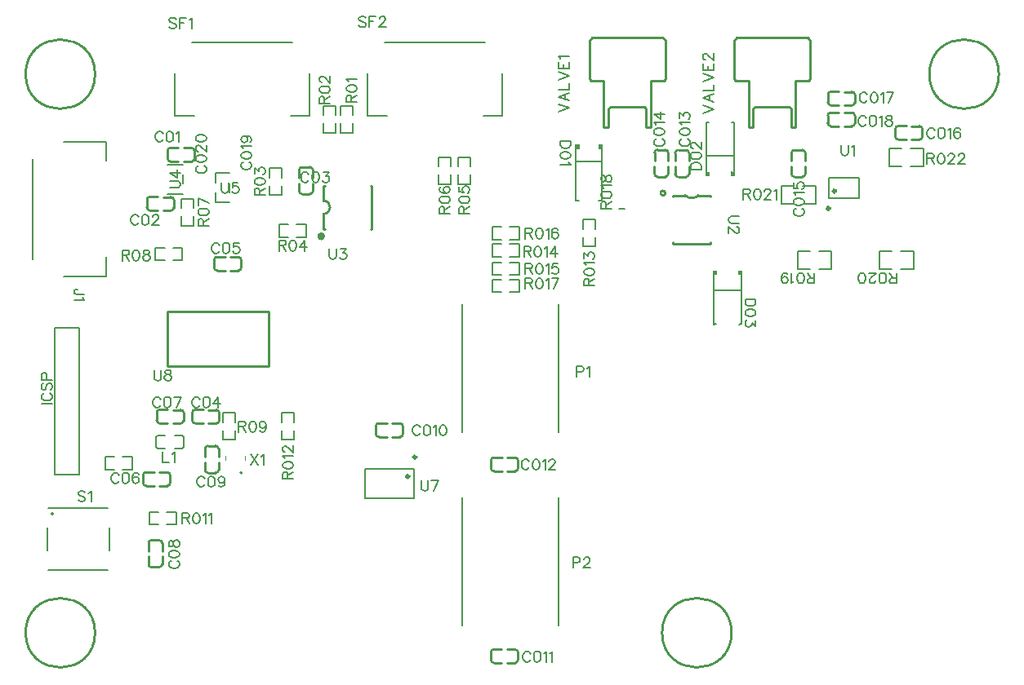
<source format=gto>
G04 Layer: TopSilkscreenLayer*
G04 EasyEDA v6.5.46, 2024-09-04 15:22:54*
G04 7e3de0c28ba0407f9a50c99fc0ac79d7,79071ce94af74c669a867ceed4e6d4b3,10*
G04 Gerber Generator version 0.2*
G04 Scale: 100 percent, Rotated: No, Reflected: No *
G04 Dimensions in millimeters *
G04 leading zeros omitted , absolute positions ,4 integer and 5 decimal *
%FSLAX45Y45*%
%MOMM*%

%ADD10C,0.1524*%
%ADD11C,0.1999*%
%ADD12C,0.2540*%
%ADD13C,0.1500*%
%ADD14C,0.2032*%
%ADD15C,0.2030*%
%ADD16C,0.1520*%
%ADD17C,0.1000*%
%ADD18C,0.1001*%
%ADD19C,0.3000*%
%ADD20C,0.4000*%
%ADD21C,0.2000*%
%ADD22C,0.0101*%

%LPD*%
D10*
X6221984Y5003800D02*
G01*
X6330950Y5003800D01*
X6221984Y5003800D02*
G01*
X6221984Y5050536D01*
X6227063Y5066029D01*
X6232397Y5071363D01*
X6242811Y5076444D01*
X6253225Y5076444D01*
X6263640Y5071363D01*
X6268720Y5066029D01*
X6273800Y5050536D01*
X6273800Y5003800D01*
X6273800Y5040121D02*
G01*
X6330950Y5076444D01*
X6221984Y5141976D02*
G01*
X6227063Y5126481D01*
X6242811Y5116068D01*
X6268720Y5110734D01*
X6284213Y5110734D01*
X6310375Y5116068D01*
X6325870Y5126481D01*
X6330950Y5141976D01*
X6330950Y5152389D01*
X6325870Y5167884D01*
X6310375Y5178297D01*
X6284213Y5183631D01*
X6268720Y5183631D01*
X6242811Y5178297D01*
X6227063Y5167884D01*
X6221984Y5152389D01*
X6221984Y5141976D01*
X6242811Y5217921D02*
G01*
X6237477Y5228336D01*
X6221984Y5243829D01*
X6330950Y5243829D01*
X6221984Y5304028D02*
G01*
X6227063Y5288534D01*
X6237477Y5283200D01*
X6247891Y5283200D01*
X6258306Y5288534D01*
X6263640Y5298947D01*
X6268720Y5319776D01*
X6273800Y5335270D01*
X6284213Y5345684D01*
X6294627Y5350763D01*
X6310375Y5350763D01*
X6320790Y5345684D01*
X6325870Y5340350D01*
X6330950Y5324855D01*
X6330950Y5304028D01*
X6325870Y5288534D01*
X6320790Y5283200D01*
X6310375Y5278120D01*
X6294627Y5278120D01*
X6284213Y5283200D01*
X6273800Y5293613D01*
X6268720Y5309362D01*
X6263640Y5330189D01*
X6258306Y5340350D01*
X6247891Y5345684D01*
X6237477Y5345684D01*
X6227063Y5340350D01*
X6221984Y5324855D01*
X6221984Y5304028D01*
X1678178Y5779007D02*
G01*
X1672844Y5789421D01*
X1662429Y5799836D01*
X1652270Y5804915D01*
X1631442Y5804915D01*
X1621028Y5799836D01*
X1610613Y5789421D01*
X1605279Y5779007D01*
X1600200Y5763260D01*
X1600200Y5737352D01*
X1605279Y5721857D01*
X1610613Y5711444D01*
X1621028Y5701029D01*
X1631442Y5695950D01*
X1652270Y5695950D01*
X1662429Y5701029D01*
X1672844Y5711444D01*
X1678178Y5721857D01*
X1743710Y5804915D02*
G01*
X1727962Y5799836D01*
X1717547Y5784087D01*
X1712468Y5758179D01*
X1712468Y5742686D01*
X1717547Y5716523D01*
X1727962Y5701029D01*
X1743710Y5695950D01*
X1753870Y5695950D01*
X1769618Y5701029D01*
X1780031Y5716523D01*
X1785112Y5742686D01*
X1785112Y5758179D01*
X1780031Y5784087D01*
X1769618Y5799836D01*
X1753870Y5804915D01*
X1743710Y5804915D01*
X1819402Y5784087D02*
G01*
X1829815Y5789421D01*
X1845310Y5804915D01*
X1845310Y5695950D01*
X1424178Y4915407D02*
G01*
X1418844Y4925821D01*
X1408429Y4936236D01*
X1398270Y4941315D01*
X1377442Y4941315D01*
X1367028Y4936236D01*
X1356613Y4925821D01*
X1351279Y4915407D01*
X1346200Y4899660D01*
X1346200Y4873752D01*
X1351279Y4858257D01*
X1356613Y4847844D01*
X1367028Y4837429D01*
X1377442Y4832350D01*
X1398270Y4832350D01*
X1408429Y4837429D01*
X1418844Y4847844D01*
X1424178Y4858257D01*
X1489710Y4941315D02*
G01*
X1473962Y4936236D01*
X1463547Y4920487D01*
X1458468Y4894579D01*
X1458468Y4879086D01*
X1463547Y4852923D01*
X1473962Y4837429D01*
X1489710Y4832350D01*
X1499870Y4832350D01*
X1515618Y4837429D01*
X1526031Y4852923D01*
X1531112Y4879086D01*
X1531112Y4894579D01*
X1526031Y4920487D01*
X1515618Y4936236D01*
X1499870Y4941315D01*
X1489710Y4941315D01*
X1570736Y4915407D02*
G01*
X1570736Y4920487D01*
X1575815Y4930902D01*
X1581150Y4936236D01*
X1591310Y4941315D01*
X1612137Y4941315D01*
X1622552Y4936236D01*
X1627886Y4930902D01*
X1632965Y4920487D01*
X1632965Y4910073D01*
X1627886Y4899660D01*
X1617471Y4884165D01*
X1565402Y4832350D01*
X1638300Y4832350D01*
X2514091Y5488178D02*
G01*
X2503677Y5482844D01*
X2493263Y5472429D01*
X2488184Y5462270D01*
X2488184Y5441442D01*
X2493263Y5431028D01*
X2503677Y5420613D01*
X2514091Y5415279D01*
X2529840Y5410200D01*
X2555747Y5410200D01*
X2571241Y5415279D01*
X2581656Y5420613D01*
X2592070Y5431028D01*
X2597150Y5441442D01*
X2597150Y5462270D01*
X2592070Y5472429D01*
X2581656Y5482844D01*
X2571241Y5488178D01*
X2488184Y5553710D02*
G01*
X2493263Y5537962D01*
X2509011Y5527547D01*
X2534920Y5522468D01*
X2550413Y5522468D01*
X2576575Y5527547D01*
X2592070Y5537962D01*
X2597150Y5553710D01*
X2597150Y5563870D01*
X2592070Y5579618D01*
X2576575Y5590031D01*
X2550413Y5595112D01*
X2534920Y5595112D01*
X2509011Y5590031D01*
X2493263Y5579618D01*
X2488184Y5563870D01*
X2488184Y5553710D01*
X2509011Y5629402D02*
G01*
X2503677Y5639815D01*
X2488184Y5655310D01*
X2597150Y5655310D01*
X2524506Y5757163D02*
G01*
X2540000Y5752084D01*
X2550413Y5741670D01*
X2555747Y5726176D01*
X2555747Y5720842D01*
X2550413Y5705347D01*
X2540000Y5694934D01*
X2524506Y5689600D01*
X2519425Y5689600D01*
X2503677Y5694934D01*
X2493263Y5705347D01*
X2488184Y5720842D01*
X2488184Y5726176D01*
X2493263Y5741670D01*
X2503677Y5752084D01*
X2524506Y5757163D01*
X2550413Y5757163D01*
X2576575Y5752084D01*
X2592070Y5741670D01*
X2597150Y5726176D01*
X2597150Y5715762D01*
X2592070Y5700013D01*
X2581656Y5694934D01*
X2044191Y5450078D02*
G01*
X2033777Y5444744D01*
X2023363Y5434329D01*
X2018284Y5424170D01*
X2018284Y5403342D01*
X2023363Y5392928D01*
X2033777Y5382513D01*
X2044191Y5377179D01*
X2059940Y5372100D01*
X2085847Y5372100D01*
X2101341Y5377179D01*
X2111756Y5382513D01*
X2122170Y5392928D01*
X2127250Y5403342D01*
X2127250Y5424170D01*
X2122170Y5434329D01*
X2111756Y5444744D01*
X2101341Y5450078D01*
X2018284Y5515610D02*
G01*
X2023363Y5499862D01*
X2039111Y5489447D01*
X2065020Y5484368D01*
X2080513Y5484368D01*
X2106675Y5489447D01*
X2122170Y5499862D01*
X2127250Y5515610D01*
X2127250Y5525770D01*
X2122170Y5541518D01*
X2106675Y5551931D01*
X2080513Y5557012D01*
X2065020Y5557012D01*
X2039111Y5551931D01*
X2023363Y5541518D01*
X2018284Y5525770D01*
X2018284Y5515610D01*
X2044191Y5596636D02*
G01*
X2039111Y5596636D01*
X2028697Y5601715D01*
X2023363Y5607050D01*
X2018284Y5617210D01*
X2018284Y5638037D01*
X2023363Y5648452D01*
X2028697Y5653786D01*
X2039111Y5658865D01*
X2049525Y5658865D01*
X2059940Y5653786D01*
X2075434Y5643371D01*
X2127250Y5591302D01*
X2127250Y5664200D01*
X2018284Y5729478D02*
G01*
X2023363Y5713984D01*
X2039111Y5703570D01*
X2065020Y5698489D01*
X2080513Y5698489D01*
X2106675Y5703570D01*
X2122170Y5713984D01*
X2127250Y5729478D01*
X2127250Y5739892D01*
X2122170Y5755639D01*
X2106675Y5765800D01*
X2080513Y5771134D01*
X2065020Y5771134D01*
X2039111Y5765800D01*
X2023363Y5755639D01*
X2018284Y5739892D01*
X2018284Y5729478D01*
X1751584Y5219700D02*
G01*
X1829562Y5219700D01*
X1845055Y5224779D01*
X1855470Y5235194D01*
X1860550Y5250942D01*
X1860550Y5261355D01*
X1855470Y5276850D01*
X1845055Y5287263D01*
X1829562Y5292344D01*
X1751584Y5292344D01*
X1751584Y5378704D02*
G01*
X1824228Y5326634D01*
X1824228Y5404612D01*
X1751584Y5378704D02*
G01*
X1860550Y5378704D01*
X2286000Y5271515D02*
G01*
X2286000Y5193537D01*
X2291079Y5178044D01*
X2301493Y5167629D01*
X2317241Y5162550D01*
X2327656Y5162550D01*
X2343150Y5167629D01*
X2353563Y5178044D01*
X2358643Y5193537D01*
X2358643Y5271515D01*
X2455418Y5271515D02*
G01*
X2403347Y5271515D01*
X2398268Y5224779D01*
X2403347Y5229860D01*
X2419095Y5235194D01*
X2434590Y5235194D01*
X2450084Y5229860D01*
X2460497Y5219700D01*
X2465831Y5203952D01*
X2465831Y5193537D01*
X2460497Y5178044D01*
X2450084Y5167629D01*
X2434590Y5162550D01*
X2419095Y5162550D01*
X2403347Y5167629D01*
X2398268Y5172710D01*
X2392934Y5183123D01*
X8980677Y6185407D02*
G01*
X8975343Y6195821D01*
X8964929Y6206236D01*
X8954770Y6211315D01*
X8933941Y6211315D01*
X8923527Y6206236D01*
X8913113Y6195821D01*
X8907779Y6185407D01*
X8902700Y6169660D01*
X8902700Y6143752D01*
X8907779Y6128257D01*
X8913113Y6117844D01*
X8923527Y6107429D01*
X8933941Y6102350D01*
X8954770Y6102350D01*
X8964929Y6107429D01*
X8975343Y6117844D01*
X8980677Y6128257D01*
X9046209Y6211315D02*
G01*
X9030461Y6206236D01*
X9020047Y6190487D01*
X9014968Y6164579D01*
X9014968Y6149086D01*
X9020047Y6122923D01*
X9030461Y6107429D01*
X9046209Y6102350D01*
X9056370Y6102350D01*
X9072118Y6107429D01*
X9082531Y6122923D01*
X9087611Y6149086D01*
X9087611Y6164579D01*
X9082531Y6190487D01*
X9072118Y6206236D01*
X9056370Y6211315D01*
X9046209Y6211315D01*
X9121902Y6190487D02*
G01*
X9132315Y6195821D01*
X9147809Y6211315D01*
X9147809Y6102350D01*
X9254997Y6211315D02*
G01*
X9202927Y6102350D01*
X9182100Y6211315D02*
G01*
X9254997Y6211315D01*
X8967977Y5944107D02*
G01*
X8962643Y5954521D01*
X8952229Y5964936D01*
X8942070Y5970015D01*
X8921241Y5970015D01*
X8910827Y5964936D01*
X8900413Y5954521D01*
X8895079Y5944107D01*
X8890000Y5928360D01*
X8890000Y5902452D01*
X8895079Y5886957D01*
X8900413Y5876544D01*
X8910827Y5866129D01*
X8921241Y5861050D01*
X8942070Y5861050D01*
X8952229Y5866129D01*
X8962643Y5876544D01*
X8967977Y5886957D01*
X9033509Y5970015D02*
G01*
X9017761Y5964936D01*
X9007347Y5949187D01*
X9002268Y5923279D01*
X9002268Y5907786D01*
X9007347Y5881623D01*
X9017761Y5866129D01*
X9033509Y5861050D01*
X9043670Y5861050D01*
X9059418Y5866129D01*
X9069831Y5881623D01*
X9074911Y5907786D01*
X9074911Y5923279D01*
X9069831Y5949187D01*
X9059418Y5964936D01*
X9043670Y5970015D01*
X9033509Y5970015D01*
X9109202Y5949187D02*
G01*
X9119615Y5954521D01*
X9135109Y5970015D01*
X9135109Y5861050D01*
X9195561Y5970015D02*
G01*
X9179813Y5964936D01*
X9174734Y5954521D01*
X9174734Y5944107D01*
X9179813Y5933694D01*
X9190227Y5928360D01*
X9211056Y5923279D01*
X9226550Y5918200D01*
X9236963Y5907786D01*
X9242297Y5897371D01*
X9242297Y5881623D01*
X9236963Y5871210D01*
X9231884Y5866129D01*
X9216390Y5861050D01*
X9195561Y5861050D01*
X9179813Y5866129D01*
X9174734Y5871210D01*
X9169400Y5881623D01*
X9169400Y5897371D01*
X9174734Y5907786D01*
X9185147Y5918200D01*
X9200641Y5923279D01*
X9221470Y5928360D01*
X9231884Y5933694D01*
X9236963Y5944107D01*
X9236963Y5954521D01*
X9231884Y5964936D01*
X9216390Y5970015D01*
X9195561Y5970015D01*
X8241791Y5005578D02*
G01*
X8231377Y5000244D01*
X8220963Y4989829D01*
X8215884Y4979670D01*
X8215884Y4958842D01*
X8220963Y4948428D01*
X8231377Y4938013D01*
X8241791Y4932679D01*
X8257540Y4927600D01*
X8283447Y4927600D01*
X8298941Y4932679D01*
X8309356Y4938013D01*
X8319770Y4948428D01*
X8324850Y4958842D01*
X8324850Y4979670D01*
X8319770Y4989829D01*
X8309356Y5000244D01*
X8298941Y5005578D01*
X8215884Y5071110D02*
G01*
X8220963Y5055362D01*
X8236711Y5044947D01*
X8262620Y5039868D01*
X8278113Y5039868D01*
X8304275Y5044947D01*
X8319770Y5055362D01*
X8324850Y5071110D01*
X8324850Y5081270D01*
X8319770Y5097018D01*
X8304275Y5107431D01*
X8278113Y5112512D01*
X8262620Y5112512D01*
X8236711Y5107431D01*
X8220963Y5097018D01*
X8215884Y5081270D01*
X8215884Y5071110D01*
X8236711Y5146802D02*
G01*
X8231377Y5157215D01*
X8215884Y5172710D01*
X8324850Y5172710D01*
X8215884Y5269484D02*
G01*
X8215884Y5217413D01*
X8262620Y5212334D01*
X8257540Y5217413D01*
X8252206Y5233162D01*
X8252206Y5248655D01*
X8257540Y5264150D01*
X8267700Y5274563D01*
X8283447Y5279897D01*
X8293861Y5279897D01*
X8309356Y5274563D01*
X8319770Y5264150D01*
X8324850Y5248655D01*
X8324850Y5233162D01*
X8319770Y5217413D01*
X8314690Y5212334D01*
X8304275Y5207000D01*
X9679177Y5817107D02*
G01*
X9673843Y5827521D01*
X9663429Y5837936D01*
X9653270Y5843015D01*
X9632441Y5843015D01*
X9622027Y5837936D01*
X9611613Y5827521D01*
X9606279Y5817107D01*
X9601200Y5801360D01*
X9601200Y5775452D01*
X9606279Y5759957D01*
X9611613Y5749544D01*
X9622027Y5739129D01*
X9632441Y5734050D01*
X9653270Y5734050D01*
X9663429Y5739129D01*
X9673843Y5749544D01*
X9679177Y5759957D01*
X9744709Y5843015D02*
G01*
X9728961Y5837936D01*
X9718547Y5822187D01*
X9713468Y5796279D01*
X9713468Y5780786D01*
X9718547Y5754623D01*
X9728961Y5739129D01*
X9744709Y5734050D01*
X9754870Y5734050D01*
X9770618Y5739129D01*
X9781031Y5754623D01*
X9786111Y5780786D01*
X9786111Y5796279D01*
X9781031Y5822187D01*
X9770618Y5837936D01*
X9754870Y5843015D01*
X9744709Y5843015D01*
X9820402Y5822187D02*
G01*
X9830815Y5827521D01*
X9846309Y5843015D01*
X9846309Y5734050D01*
X9943084Y5827521D02*
G01*
X9937750Y5837936D01*
X9922256Y5843015D01*
X9911841Y5843015D01*
X9896347Y5837936D01*
X9885934Y5822187D01*
X9880600Y5796279D01*
X9880600Y5770371D01*
X9885934Y5749544D01*
X9896347Y5739129D01*
X9911841Y5734050D01*
X9917175Y5734050D01*
X9932670Y5739129D01*
X9943084Y5749544D01*
X9948163Y5765037D01*
X9948163Y5770371D01*
X9943084Y5785865D01*
X9932670Y5796279D01*
X9917175Y5801360D01*
X9911841Y5801360D01*
X9896347Y5796279D01*
X9885934Y5785865D01*
X9880600Y5770371D01*
X7696200Y5208015D02*
G01*
X7696200Y5099050D01*
X7696200Y5208015D02*
G01*
X7742936Y5208015D01*
X7758429Y5202936D01*
X7763763Y5197602D01*
X7768843Y5187187D01*
X7768843Y5176773D01*
X7763763Y5166360D01*
X7758429Y5161279D01*
X7742936Y5156200D01*
X7696200Y5156200D01*
X7732522Y5156200D02*
G01*
X7768843Y5099050D01*
X7834375Y5208015D02*
G01*
X7818881Y5202936D01*
X7808468Y5187187D01*
X7803134Y5161279D01*
X7803134Y5145786D01*
X7808468Y5119623D01*
X7818881Y5104129D01*
X7834375Y5099050D01*
X7844790Y5099050D01*
X7860284Y5104129D01*
X7870697Y5119623D01*
X7876031Y5145786D01*
X7876031Y5161279D01*
X7870697Y5187187D01*
X7860284Y5202936D01*
X7844790Y5208015D01*
X7834375Y5208015D01*
X7915402Y5182107D02*
G01*
X7915402Y5187187D01*
X7920736Y5197602D01*
X7925815Y5202936D01*
X7936229Y5208015D01*
X7957058Y5208015D01*
X7967472Y5202936D01*
X7972552Y5197602D01*
X7977886Y5187187D01*
X7977886Y5176773D01*
X7972552Y5166360D01*
X7962138Y5150865D01*
X7910322Y5099050D01*
X7982965Y5099050D01*
X8017256Y5187187D02*
G01*
X8027670Y5192521D01*
X8043163Y5208015D01*
X8043163Y5099050D01*
X9601200Y5576315D02*
G01*
X9601200Y5467350D01*
X9601200Y5576315D02*
G01*
X9647936Y5576315D01*
X9663429Y5571236D01*
X9668763Y5565902D01*
X9673843Y5555487D01*
X9673843Y5545073D01*
X9668763Y5534660D01*
X9663429Y5529579D01*
X9647936Y5524500D01*
X9601200Y5524500D01*
X9637522Y5524500D02*
G01*
X9673843Y5467350D01*
X9739375Y5576315D02*
G01*
X9723881Y5571236D01*
X9713468Y5555487D01*
X9708134Y5529579D01*
X9708134Y5514086D01*
X9713468Y5487923D01*
X9723881Y5472429D01*
X9739375Y5467350D01*
X9749790Y5467350D01*
X9765284Y5472429D01*
X9775697Y5487923D01*
X9781031Y5514086D01*
X9781031Y5529579D01*
X9775697Y5555487D01*
X9765284Y5571236D01*
X9749790Y5576315D01*
X9739375Y5576315D01*
X9820402Y5550407D02*
G01*
X9820402Y5555487D01*
X9825736Y5565902D01*
X9830815Y5571236D01*
X9841229Y5576315D01*
X9862058Y5576315D01*
X9872472Y5571236D01*
X9877552Y5565902D01*
X9882886Y5555487D01*
X9882886Y5545073D01*
X9877552Y5534660D01*
X9867138Y5519165D01*
X9815322Y5467350D01*
X9887965Y5467350D01*
X9927590Y5550407D02*
G01*
X9927590Y5555487D01*
X9932670Y5565902D01*
X9937750Y5571236D01*
X9948163Y5576315D01*
X9968991Y5576315D01*
X9979406Y5571236D01*
X9984740Y5565902D01*
X9989820Y5555487D01*
X9989820Y5545073D01*
X9984740Y5534660D01*
X9974325Y5519165D01*
X9922256Y5467350D01*
X9994900Y5467350D01*
X7060691Y5729478D02*
G01*
X7050277Y5724144D01*
X7039863Y5713729D01*
X7034784Y5703570D01*
X7034784Y5682742D01*
X7039863Y5672328D01*
X7050277Y5661913D01*
X7060691Y5656579D01*
X7076440Y5651500D01*
X7102347Y5651500D01*
X7117841Y5656579D01*
X7128256Y5661913D01*
X7138670Y5672328D01*
X7143750Y5682742D01*
X7143750Y5703570D01*
X7138670Y5713729D01*
X7128256Y5724144D01*
X7117841Y5729478D01*
X7034784Y5795010D02*
G01*
X7039863Y5779262D01*
X7055611Y5768847D01*
X7081520Y5763768D01*
X7097013Y5763768D01*
X7123175Y5768847D01*
X7138670Y5779262D01*
X7143750Y5795010D01*
X7143750Y5805170D01*
X7138670Y5820918D01*
X7123175Y5831331D01*
X7097013Y5836412D01*
X7081520Y5836412D01*
X7055611Y5831331D01*
X7039863Y5820918D01*
X7034784Y5805170D01*
X7034784Y5795010D01*
X7055611Y5870702D02*
G01*
X7050277Y5881115D01*
X7034784Y5896610D01*
X7143750Y5896610D01*
X7034784Y5941313D02*
G01*
X7034784Y5998463D01*
X7076440Y5967476D01*
X7076440Y5982970D01*
X7081520Y5993384D01*
X7086600Y5998463D01*
X7102347Y6003797D01*
X7112761Y6003797D01*
X7128256Y5998463D01*
X7138670Y5988050D01*
X7143750Y5972555D01*
X7143750Y5957062D01*
X7138670Y5941313D01*
X7133590Y5936234D01*
X7123175Y5930900D01*
X6793991Y5729478D02*
G01*
X6783577Y5724144D01*
X6773163Y5713729D01*
X6768084Y5703570D01*
X6768084Y5682742D01*
X6773163Y5672328D01*
X6783577Y5661913D01*
X6793991Y5656579D01*
X6809740Y5651500D01*
X6835647Y5651500D01*
X6851141Y5656579D01*
X6861556Y5661913D01*
X6871970Y5672328D01*
X6877050Y5682742D01*
X6877050Y5703570D01*
X6871970Y5713729D01*
X6861556Y5724144D01*
X6851141Y5729478D01*
X6768084Y5795010D02*
G01*
X6773163Y5779262D01*
X6788911Y5768847D01*
X6814820Y5763768D01*
X6830313Y5763768D01*
X6856475Y5768847D01*
X6871970Y5779262D01*
X6877050Y5795010D01*
X6877050Y5805170D01*
X6871970Y5820918D01*
X6856475Y5831331D01*
X6830313Y5836412D01*
X6814820Y5836412D01*
X6788911Y5831331D01*
X6773163Y5820918D01*
X6768084Y5805170D01*
X6768084Y5795010D01*
X6788911Y5870702D02*
G01*
X6783577Y5881115D01*
X6768084Y5896610D01*
X6877050Y5896610D01*
X6768084Y5982970D02*
G01*
X6840727Y5930900D01*
X6840727Y6008878D01*
X6768084Y5982970D02*
G01*
X6877050Y5982970D01*
X5906515Y5702300D02*
G01*
X5797550Y5702300D01*
X5906515Y5702300D02*
G01*
X5906515Y5665978D01*
X5901436Y5650229D01*
X5891022Y5640070D01*
X5880608Y5634736D01*
X5864859Y5629655D01*
X5838952Y5629655D01*
X5823458Y5634736D01*
X5813043Y5640070D01*
X5802629Y5650229D01*
X5797550Y5665978D01*
X5797550Y5702300D01*
X5906515Y5564123D02*
G01*
X5901436Y5579618D01*
X5885688Y5590031D01*
X5859779Y5595365D01*
X5844286Y5595365D01*
X5818124Y5590031D01*
X5802629Y5579618D01*
X5797550Y5564123D01*
X5797550Y5553710D01*
X5802629Y5538215D01*
X5818124Y5527802D01*
X5844286Y5522468D01*
X5859779Y5522468D01*
X5885688Y5527802D01*
X5901436Y5538215D01*
X5906515Y5553710D01*
X5906515Y5564123D01*
X5885688Y5488178D02*
G01*
X5891022Y5477763D01*
X5906515Y5462270D01*
X5797550Y5462270D01*
X7149084Y5410200D02*
G01*
X7258050Y5410200D01*
X7149084Y5410200D02*
G01*
X7149084Y5446521D01*
X7154163Y5462270D01*
X7164577Y5472429D01*
X7174991Y5477763D01*
X7190740Y5482844D01*
X7216647Y5482844D01*
X7232141Y5477763D01*
X7242556Y5472429D01*
X7252970Y5462270D01*
X7258050Y5446521D01*
X7258050Y5410200D01*
X7149084Y5548376D02*
G01*
X7154163Y5532881D01*
X7169911Y5522468D01*
X7195820Y5517134D01*
X7211313Y5517134D01*
X7237475Y5522468D01*
X7252970Y5532881D01*
X7258050Y5548376D01*
X7258050Y5558789D01*
X7252970Y5574284D01*
X7237475Y5584697D01*
X7211313Y5590031D01*
X7195820Y5590031D01*
X7169911Y5584697D01*
X7154163Y5574284D01*
X7149084Y5558789D01*
X7149084Y5548376D01*
X7174991Y5629402D02*
G01*
X7169911Y5629402D01*
X7159497Y5634736D01*
X7154163Y5639815D01*
X7149084Y5650229D01*
X7149084Y5671057D01*
X7154163Y5681471D01*
X7159497Y5686552D01*
X7169911Y5691886D01*
X7180325Y5691886D01*
X7190740Y5686552D01*
X7206234Y5676137D01*
X7258050Y5624321D01*
X7258050Y5696965D01*
X7824215Y4064000D02*
G01*
X7715250Y4064000D01*
X7824215Y4064000D02*
G01*
X7824215Y4027678D01*
X7819136Y4011929D01*
X7808722Y4001770D01*
X7798308Y3996436D01*
X7782559Y3991355D01*
X7756652Y3991355D01*
X7741158Y3996436D01*
X7730743Y4001770D01*
X7720329Y4011929D01*
X7715250Y4027678D01*
X7715250Y4064000D01*
X7824215Y3925823D02*
G01*
X7819136Y3941318D01*
X7803388Y3951731D01*
X7777479Y3957065D01*
X7761986Y3957065D01*
X7735824Y3951731D01*
X7720329Y3941318D01*
X7715250Y3925823D01*
X7715250Y3915410D01*
X7720329Y3899915D01*
X7735824Y3889502D01*
X7761986Y3884168D01*
X7777479Y3884168D01*
X7803388Y3889502D01*
X7819136Y3899915D01*
X7824215Y3915410D01*
X7824215Y3925823D01*
X7824215Y3839463D02*
G01*
X7824215Y3782313D01*
X7782559Y3813555D01*
X7782559Y3798062D01*
X7777479Y3787647D01*
X7772400Y3782313D01*
X7756652Y3777234D01*
X7746238Y3777234D01*
X7730743Y3782313D01*
X7720329Y3792728D01*
X7715250Y3808476D01*
X7715250Y3823970D01*
X7720329Y3839463D01*
X7725409Y3844797D01*
X7735824Y3849878D01*
X6044184Y4203700D02*
G01*
X6153150Y4203700D01*
X6044184Y4203700D02*
G01*
X6044184Y4250436D01*
X6049263Y4265929D01*
X6054597Y4271263D01*
X6065011Y4276344D01*
X6075425Y4276344D01*
X6085840Y4271263D01*
X6090920Y4265929D01*
X6096000Y4250436D01*
X6096000Y4203700D01*
X6096000Y4240021D02*
G01*
X6153150Y4276344D01*
X6044184Y4341876D02*
G01*
X6049263Y4326381D01*
X6065011Y4315968D01*
X6090920Y4310634D01*
X6106413Y4310634D01*
X6132575Y4315968D01*
X6148070Y4326381D01*
X6153150Y4341876D01*
X6153150Y4352289D01*
X6148070Y4367784D01*
X6132575Y4378197D01*
X6106413Y4383531D01*
X6090920Y4383531D01*
X6065011Y4378197D01*
X6049263Y4367784D01*
X6044184Y4352289D01*
X6044184Y4341876D01*
X6065011Y4417821D02*
G01*
X6059677Y4428236D01*
X6044184Y4443729D01*
X6153150Y4443729D01*
X6044184Y4488434D02*
G01*
X6044184Y4545584D01*
X6085840Y4514342D01*
X6085840Y4530089D01*
X6090920Y4540250D01*
X6096000Y4545584D01*
X6111747Y4550663D01*
X6122161Y4550663D01*
X6137656Y4545584D01*
X6148070Y4535170D01*
X6153150Y4519676D01*
X6153150Y4503928D01*
X6148070Y4488434D01*
X6142990Y4483100D01*
X6132575Y4478020D01*
X5422900Y4611115D02*
G01*
X5422900Y4502150D01*
X5422900Y4611115D02*
G01*
X5469636Y4611115D01*
X5485129Y4606036D01*
X5490463Y4600702D01*
X5495543Y4590287D01*
X5495543Y4579873D01*
X5490463Y4569460D01*
X5485129Y4564379D01*
X5469636Y4559300D01*
X5422900Y4559300D01*
X5459222Y4559300D02*
G01*
X5495543Y4502150D01*
X5561075Y4611115D02*
G01*
X5545581Y4606036D01*
X5535168Y4590287D01*
X5529834Y4564379D01*
X5529834Y4548886D01*
X5535168Y4522723D01*
X5545581Y4507229D01*
X5561075Y4502150D01*
X5571490Y4502150D01*
X5586984Y4507229D01*
X5597397Y4522723D01*
X5602731Y4548886D01*
X5602731Y4564379D01*
X5597397Y4590287D01*
X5586984Y4606036D01*
X5571490Y4611115D01*
X5561075Y4611115D01*
X5637022Y4590287D02*
G01*
X5647436Y4595621D01*
X5662929Y4611115D01*
X5662929Y4502150D01*
X5749290Y4611115D02*
G01*
X5697220Y4538471D01*
X5775197Y4538471D01*
X5749290Y4611115D02*
G01*
X5749290Y4502150D01*
X5435600Y4433315D02*
G01*
X5435600Y4324350D01*
X5435600Y4433315D02*
G01*
X5482336Y4433315D01*
X5497829Y4428236D01*
X5503163Y4422902D01*
X5508243Y4412487D01*
X5508243Y4402073D01*
X5503163Y4391660D01*
X5497829Y4386579D01*
X5482336Y4381500D01*
X5435600Y4381500D01*
X5471922Y4381500D02*
G01*
X5508243Y4324350D01*
X5573775Y4433315D02*
G01*
X5558281Y4428236D01*
X5547868Y4412487D01*
X5542534Y4386579D01*
X5542534Y4371086D01*
X5547868Y4344923D01*
X5558281Y4329429D01*
X5573775Y4324350D01*
X5584190Y4324350D01*
X5599684Y4329429D01*
X5610097Y4344923D01*
X5615431Y4371086D01*
X5615431Y4386579D01*
X5610097Y4412487D01*
X5599684Y4428236D01*
X5584190Y4433315D01*
X5573775Y4433315D01*
X5649722Y4412487D02*
G01*
X5660136Y4417821D01*
X5675629Y4433315D01*
X5675629Y4324350D01*
X5772150Y4433315D02*
G01*
X5720334Y4433315D01*
X5715000Y4386579D01*
X5720334Y4391660D01*
X5735827Y4396994D01*
X5751575Y4396994D01*
X5767070Y4391660D01*
X5777484Y4381500D01*
X5782563Y4365752D01*
X5782563Y4355337D01*
X5777484Y4339844D01*
X5767070Y4329429D01*
X5751575Y4324350D01*
X5735827Y4324350D01*
X5720334Y4329429D01*
X5715000Y4334510D01*
X5709920Y4344923D01*
X5435600Y4801615D02*
G01*
X5435600Y4692650D01*
X5435600Y4801615D02*
G01*
X5482336Y4801615D01*
X5497829Y4796536D01*
X5503163Y4791202D01*
X5508243Y4780787D01*
X5508243Y4770373D01*
X5503163Y4759960D01*
X5497829Y4754879D01*
X5482336Y4749800D01*
X5435600Y4749800D01*
X5471922Y4749800D02*
G01*
X5508243Y4692650D01*
X5573775Y4801615D02*
G01*
X5558281Y4796536D01*
X5547868Y4780787D01*
X5542534Y4754879D01*
X5542534Y4739386D01*
X5547868Y4713223D01*
X5558281Y4697729D01*
X5573775Y4692650D01*
X5584190Y4692650D01*
X5599684Y4697729D01*
X5610097Y4713223D01*
X5615431Y4739386D01*
X5615431Y4754879D01*
X5610097Y4780787D01*
X5599684Y4796536D01*
X5584190Y4801615D01*
X5573775Y4801615D01*
X5649722Y4780787D02*
G01*
X5660136Y4786121D01*
X5675629Y4801615D01*
X5675629Y4692650D01*
X5772150Y4786121D02*
G01*
X5767070Y4796536D01*
X5751575Y4801615D01*
X5741161Y4801615D01*
X5725413Y4796536D01*
X5715000Y4780787D01*
X5709920Y4754879D01*
X5709920Y4728971D01*
X5715000Y4708144D01*
X5725413Y4697729D01*
X5741161Y4692650D01*
X5746241Y4692650D01*
X5761990Y4697729D01*
X5772150Y4708144D01*
X5777484Y4723637D01*
X5777484Y4728971D01*
X5772150Y4744465D01*
X5761990Y4754879D01*
X5746241Y4759960D01*
X5741161Y4759960D01*
X5725413Y4754879D01*
X5715000Y4744465D01*
X5709920Y4728971D01*
X5435600Y4280915D02*
G01*
X5435600Y4171950D01*
X5435600Y4280915D02*
G01*
X5482336Y4280915D01*
X5497829Y4275836D01*
X5503163Y4270502D01*
X5508243Y4260087D01*
X5508243Y4249673D01*
X5503163Y4239260D01*
X5497829Y4234179D01*
X5482336Y4229100D01*
X5435600Y4229100D01*
X5471922Y4229100D02*
G01*
X5508243Y4171950D01*
X5573775Y4280915D02*
G01*
X5558281Y4275836D01*
X5547868Y4260087D01*
X5542534Y4234179D01*
X5542534Y4218686D01*
X5547868Y4192523D01*
X5558281Y4177029D01*
X5573775Y4171950D01*
X5584190Y4171950D01*
X5599684Y4177029D01*
X5610097Y4192523D01*
X5615431Y4218686D01*
X5615431Y4234179D01*
X5610097Y4260087D01*
X5599684Y4275836D01*
X5584190Y4280915D01*
X5573775Y4280915D01*
X5649722Y4260087D02*
G01*
X5660136Y4265421D01*
X5675629Y4280915D01*
X5675629Y4171950D01*
X5782563Y4280915D02*
G01*
X5730747Y4171950D01*
X5709920Y4280915D02*
G01*
X5782563Y4280915D01*
X8432800Y4228084D02*
G01*
X8432800Y4337050D01*
X8432800Y4228084D02*
G01*
X8386063Y4228084D01*
X8370570Y4233163D01*
X8365236Y4238497D01*
X8360156Y4248912D01*
X8360156Y4259326D01*
X8365236Y4269739D01*
X8370570Y4274820D01*
X8386063Y4279900D01*
X8432800Y4279900D01*
X8396477Y4279900D02*
G01*
X8360156Y4337050D01*
X8294624Y4228084D02*
G01*
X8310118Y4233163D01*
X8320531Y4248912D01*
X8325865Y4274820D01*
X8325865Y4290313D01*
X8320531Y4316476D01*
X8310118Y4331970D01*
X8294624Y4337050D01*
X8284209Y4337050D01*
X8268715Y4331970D01*
X8258302Y4316476D01*
X8252968Y4290313D01*
X8252968Y4274820D01*
X8258302Y4248912D01*
X8268715Y4233163D01*
X8284209Y4228084D01*
X8294624Y4228084D01*
X8218677Y4248912D02*
G01*
X8208263Y4243578D01*
X8192770Y4228084D01*
X8192770Y4337050D01*
X8090915Y4264405D02*
G01*
X8096250Y4279900D01*
X8106409Y4290313D01*
X8122158Y4295647D01*
X8127238Y4295647D01*
X8142986Y4290313D01*
X8153400Y4279900D01*
X8158479Y4264405D01*
X8158479Y4259326D01*
X8153400Y4243578D01*
X8142986Y4233163D01*
X8127238Y4228084D01*
X8122158Y4228084D01*
X8106409Y4233163D01*
X8096250Y4243578D01*
X8090915Y4264405D01*
X8090915Y4290313D01*
X8096250Y4316476D01*
X8106409Y4331970D01*
X8122158Y4337050D01*
X8132572Y4337050D01*
X8148065Y4331970D01*
X8153400Y4321555D01*
X9283700Y4228084D02*
G01*
X9283700Y4337050D01*
X9283700Y4228084D02*
G01*
X9236963Y4228084D01*
X9221470Y4233163D01*
X9216136Y4238497D01*
X9211056Y4248912D01*
X9211056Y4259326D01*
X9216136Y4269739D01*
X9221470Y4274820D01*
X9236963Y4279900D01*
X9283700Y4279900D01*
X9247377Y4279900D02*
G01*
X9211056Y4337050D01*
X9145524Y4228084D02*
G01*
X9161018Y4233163D01*
X9171431Y4248912D01*
X9176765Y4274820D01*
X9176765Y4290313D01*
X9171431Y4316476D01*
X9161018Y4331970D01*
X9145524Y4337050D01*
X9135109Y4337050D01*
X9119615Y4331970D01*
X9109202Y4316476D01*
X9103868Y4290313D01*
X9103868Y4274820D01*
X9109202Y4248912D01*
X9119615Y4233163D01*
X9135109Y4228084D01*
X9145524Y4228084D01*
X9064497Y4253992D02*
G01*
X9064497Y4248912D01*
X9059163Y4238497D01*
X9054084Y4233163D01*
X9043670Y4228084D01*
X9022841Y4228084D01*
X9012427Y4233163D01*
X9007347Y4238497D01*
X9002013Y4248912D01*
X9002013Y4259326D01*
X9007347Y4269739D01*
X9017761Y4285234D01*
X9069577Y4337050D01*
X8996934Y4337050D01*
X8931402Y4228084D02*
G01*
X8947150Y4233163D01*
X8957309Y4248912D01*
X8962643Y4274820D01*
X8962643Y4290313D01*
X8957309Y4316476D01*
X8947150Y4331970D01*
X8931402Y4337050D01*
X8920988Y4337050D01*
X8905493Y4331970D01*
X8895079Y4316476D01*
X8890000Y4290313D01*
X8890000Y4274820D01*
X8895079Y4248912D01*
X8905493Y4233163D01*
X8920988Y4228084D01*
X8931402Y4228084D01*
X4345177Y2731007D02*
G01*
X4339843Y2741421D01*
X4329429Y2751836D01*
X4319270Y2756915D01*
X4298441Y2756915D01*
X4288027Y2751836D01*
X4277613Y2741421D01*
X4272279Y2731007D01*
X4267200Y2715260D01*
X4267200Y2689352D01*
X4272279Y2673857D01*
X4277613Y2663444D01*
X4288027Y2653029D01*
X4298441Y2647950D01*
X4319270Y2647950D01*
X4329429Y2653029D01*
X4339843Y2663444D01*
X4345177Y2673857D01*
X4410709Y2756915D02*
G01*
X4394961Y2751836D01*
X4384547Y2736087D01*
X4379468Y2710179D01*
X4379468Y2694686D01*
X4384547Y2668523D01*
X4394961Y2653029D01*
X4410709Y2647950D01*
X4420870Y2647950D01*
X4436618Y2653029D01*
X4447031Y2668523D01*
X4452111Y2694686D01*
X4452111Y2710179D01*
X4447031Y2736087D01*
X4436618Y2751836D01*
X4420870Y2756915D01*
X4410709Y2756915D01*
X4486402Y2736087D02*
G01*
X4496815Y2741421D01*
X4512309Y2756915D01*
X4512309Y2647950D01*
X4577841Y2756915D02*
G01*
X4562347Y2751836D01*
X4551934Y2736087D01*
X4546600Y2710179D01*
X4546600Y2694686D01*
X4551934Y2668523D01*
X4562347Y2653029D01*
X4577841Y2647950D01*
X4588256Y2647950D01*
X4603750Y2653029D01*
X4614163Y2668523D01*
X4619497Y2694686D01*
X4619497Y2710179D01*
X4614163Y2736087D01*
X4603750Y2751836D01*
X4588256Y2756915D01*
X4577841Y2756915D01*
X5488177Y381507D02*
G01*
X5482843Y391921D01*
X5472429Y402336D01*
X5462270Y407415D01*
X5441441Y407415D01*
X5431027Y402336D01*
X5420613Y391921D01*
X5415279Y381507D01*
X5410200Y365760D01*
X5410200Y339852D01*
X5415279Y324357D01*
X5420613Y313944D01*
X5431027Y303529D01*
X5441441Y298450D01*
X5462270Y298450D01*
X5472429Y303529D01*
X5482843Y313944D01*
X5488177Y324357D01*
X5553709Y407415D02*
G01*
X5537961Y402336D01*
X5527547Y386587D01*
X5522468Y360679D01*
X5522468Y345186D01*
X5527547Y319023D01*
X5537961Y303529D01*
X5553709Y298450D01*
X5563870Y298450D01*
X5579618Y303529D01*
X5590031Y319023D01*
X5595111Y345186D01*
X5595111Y360679D01*
X5590031Y386587D01*
X5579618Y402336D01*
X5563870Y407415D01*
X5553709Y407415D01*
X5629402Y386587D02*
G01*
X5639815Y391921D01*
X5655309Y407415D01*
X5655309Y298450D01*
X5689600Y386587D02*
G01*
X5700013Y391921D01*
X5715761Y407415D01*
X5715761Y298450D01*
X5475477Y2375407D02*
G01*
X5470143Y2385821D01*
X5459729Y2396236D01*
X5449570Y2401315D01*
X5428741Y2401315D01*
X5418327Y2396236D01*
X5407913Y2385821D01*
X5402579Y2375407D01*
X5397500Y2359660D01*
X5397500Y2333752D01*
X5402579Y2318257D01*
X5407913Y2307844D01*
X5418327Y2297429D01*
X5428741Y2292350D01*
X5449570Y2292350D01*
X5459729Y2297429D01*
X5470143Y2307844D01*
X5475477Y2318257D01*
X5541009Y2401315D02*
G01*
X5525261Y2396236D01*
X5514847Y2380487D01*
X5509768Y2354579D01*
X5509768Y2339086D01*
X5514847Y2312923D01*
X5525261Y2297429D01*
X5541009Y2292350D01*
X5551170Y2292350D01*
X5566918Y2297429D01*
X5577331Y2312923D01*
X5582411Y2339086D01*
X5582411Y2354579D01*
X5577331Y2380487D01*
X5566918Y2396236D01*
X5551170Y2401315D01*
X5541009Y2401315D01*
X5616702Y2380487D02*
G01*
X5627115Y2385821D01*
X5642609Y2401315D01*
X5642609Y2292350D01*
X5682234Y2375407D02*
G01*
X5682234Y2380487D01*
X5687313Y2390902D01*
X5692647Y2396236D01*
X5703061Y2401315D01*
X5723890Y2401315D01*
X5734050Y2396236D01*
X5739384Y2390902D01*
X5744463Y2380487D01*
X5744463Y2370073D01*
X5739384Y2359660D01*
X5728970Y2344165D01*
X5676900Y2292350D01*
X5749797Y2292350D01*
X1879600Y1842515D02*
G01*
X1879600Y1733550D01*
X1879600Y1842515D02*
G01*
X1926336Y1842515D01*
X1941829Y1837436D01*
X1947163Y1832102D01*
X1952243Y1821687D01*
X1952243Y1811273D01*
X1947163Y1800860D01*
X1941829Y1795779D01*
X1926336Y1790700D01*
X1879600Y1790700D01*
X1915921Y1790700D02*
G01*
X1952243Y1733550D01*
X2017775Y1842515D02*
G01*
X2002281Y1837436D01*
X1991868Y1821687D01*
X1986534Y1795779D01*
X1986534Y1780286D01*
X1991868Y1754123D01*
X2002281Y1738629D01*
X2017775Y1733550D01*
X2028190Y1733550D01*
X2043684Y1738629D01*
X2054097Y1754123D01*
X2059431Y1780286D01*
X2059431Y1795779D01*
X2054097Y1821687D01*
X2043684Y1837436D01*
X2028190Y1842515D01*
X2017775Y1842515D01*
X2093722Y1821687D02*
G01*
X2104136Y1827021D01*
X2119629Y1842515D01*
X2119629Y1733550D01*
X2153920Y1821687D02*
G01*
X2164334Y1827021D01*
X2179827Y1842515D01*
X2179827Y1733550D01*
X2919984Y2197100D02*
G01*
X3028950Y2197100D01*
X2919984Y2197100D02*
G01*
X2919984Y2243836D01*
X2925063Y2259329D01*
X2930397Y2264663D01*
X2940811Y2269744D01*
X2951225Y2269744D01*
X2961640Y2264663D01*
X2966720Y2259329D01*
X2971800Y2243836D01*
X2971800Y2197100D01*
X2971800Y2233421D02*
G01*
X3028950Y2269744D01*
X2919984Y2335276D02*
G01*
X2925063Y2319781D01*
X2940811Y2309368D01*
X2966720Y2304034D01*
X2982213Y2304034D01*
X3008375Y2309368D01*
X3023870Y2319781D01*
X3028950Y2335276D01*
X3028950Y2345689D01*
X3023870Y2361184D01*
X3008375Y2371597D01*
X2982213Y2376931D01*
X2966720Y2376931D01*
X2940811Y2371597D01*
X2925063Y2361184D01*
X2919984Y2345689D01*
X2919984Y2335276D01*
X2940811Y2411221D02*
G01*
X2935477Y2421636D01*
X2919984Y2437129D01*
X3028950Y2437129D01*
X2945891Y2476500D02*
G01*
X2940811Y2476500D01*
X2930397Y2481834D01*
X2925063Y2486913D01*
X2919984Y2497328D01*
X2919984Y2518155D01*
X2925063Y2528570D01*
X2930397Y2533650D01*
X2940811Y2538984D01*
X2951225Y2538984D01*
X2961640Y2533650D01*
X2977134Y2523489D01*
X3028950Y2471420D01*
X3028950Y2544063D01*
X2109977Y2197607D02*
G01*
X2104643Y2208021D01*
X2094229Y2218436D01*
X2084070Y2223515D01*
X2063241Y2223515D01*
X2052827Y2218436D01*
X2042413Y2208021D01*
X2037079Y2197607D01*
X2032000Y2181860D01*
X2032000Y2155952D01*
X2037079Y2140457D01*
X2042413Y2130044D01*
X2052827Y2119629D01*
X2063241Y2114550D01*
X2084070Y2114550D01*
X2094229Y2119629D01*
X2104643Y2130044D01*
X2109977Y2140457D01*
X2175509Y2223515D02*
G01*
X2159761Y2218436D01*
X2149347Y2202687D01*
X2144268Y2176779D01*
X2144268Y2161286D01*
X2149347Y2135123D01*
X2159761Y2119629D01*
X2175509Y2114550D01*
X2185670Y2114550D01*
X2201418Y2119629D01*
X2211831Y2135123D01*
X2216911Y2161286D01*
X2216911Y2176779D01*
X2211831Y2202687D01*
X2201418Y2218436D01*
X2185670Y2223515D01*
X2175509Y2223515D01*
X2318765Y2187194D02*
G01*
X2313686Y2171700D01*
X2303272Y2161286D01*
X2287524Y2155952D01*
X2282443Y2155952D01*
X2266950Y2161286D01*
X2256536Y2171700D01*
X2251202Y2187194D01*
X2251202Y2192273D01*
X2256536Y2208021D01*
X2266950Y2218436D01*
X2282443Y2223515D01*
X2287524Y2223515D01*
X2303272Y2218436D01*
X2313686Y2208021D01*
X2318765Y2187194D01*
X2318765Y2161286D01*
X2313686Y2135123D01*
X2303272Y2119629D01*
X2287524Y2114550D01*
X2277109Y2114550D01*
X2261615Y2119629D01*
X2256536Y2130044D01*
X2463800Y2795015D02*
G01*
X2463800Y2686050D01*
X2463800Y2795015D02*
G01*
X2510536Y2795015D01*
X2526029Y2789936D01*
X2531363Y2784602D01*
X2536443Y2774187D01*
X2536443Y2763773D01*
X2531363Y2753360D01*
X2526029Y2748279D01*
X2510536Y2743200D01*
X2463800Y2743200D01*
X2500122Y2743200D02*
G01*
X2536443Y2686050D01*
X2601975Y2795015D02*
G01*
X2586481Y2789936D01*
X2576068Y2774187D01*
X2570734Y2748279D01*
X2570734Y2732786D01*
X2576068Y2706623D01*
X2586481Y2691129D01*
X2601975Y2686050D01*
X2612390Y2686050D01*
X2627884Y2691129D01*
X2638297Y2706623D01*
X2643631Y2732786D01*
X2643631Y2748279D01*
X2638297Y2774187D01*
X2627884Y2789936D01*
X2612390Y2795015D01*
X2601975Y2795015D01*
X2745486Y2758694D02*
G01*
X2740152Y2743200D01*
X2729738Y2732786D01*
X2714243Y2727452D01*
X2708909Y2727452D01*
X2693415Y2732786D01*
X2683002Y2743200D01*
X2677922Y2758694D01*
X2677922Y2763773D01*
X2683002Y2779521D01*
X2693415Y2789936D01*
X2708909Y2795015D01*
X2714243Y2795015D01*
X2729738Y2789936D01*
X2740152Y2779521D01*
X2745486Y2758694D01*
X2745486Y2732786D01*
X2740152Y2706623D01*
X2729738Y2691129D01*
X2714243Y2686050D01*
X2703829Y2686050D01*
X2688336Y2691129D01*
X2683002Y2701544D01*
X2059177Y3023107D02*
G01*
X2053843Y3033521D01*
X2043429Y3043936D01*
X2033270Y3049015D01*
X2012441Y3049015D01*
X2002027Y3043936D01*
X1991613Y3033521D01*
X1986279Y3023107D01*
X1981200Y3007360D01*
X1981200Y2981452D01*
X1986279Y2965957D01*
X1991613Y2955544D01*
X2002027Y2945129D01*
X2012441Y2940050D01*
X2033270Y2940050D01*
X2043429Y2945129D01*
X2053843Y2955544D01*
X2059177Y2965957D01*
X2124709Y3049015D02*
G01*
X2108961Y3043936D01*
X2098547Y3028187D01*
X2093468Y3002279D01*
X2093468Y2986786D01*
X2098547Y2960623D01*
X2108961Y2945129D01*
X2124709Y2940050D01*
X2134870Y2940050D01*
X2150618Y2945129D01*
X2161031Y2960623D01*
X2166111Y2986786D01*
X2166111Y3002279D01*
X2161031Y3028187D01*
X2150618Y3043936D01*
X2134870Y3049015D01*
X2124709Y3049015D01*
X2252472Y3049015D02*
G01*
X2200402Y2976371D01*
X2278379Y2976371D01*
X2252472Y3049015D02*
G01*
X2252472Y2940050D01*
X2262377Y4623307D02*
G01*
X2257043Y4633721D01*
X2246629Y4644136D01*
X2236470Y4649215D01*
X2215641Y4649215D01*
X2205227Y4644136D01*
X2194813Y4633721D01*
X2189479Y4623307D01*
X2184400Y4607560D01*
X2184400Y4581652D01*
X2189479Y4566157D01*
X2194813Y4555744D01*
X2205227Y4545329D01*
X2215641Y4540250D01*
X2236470Y4540250D01*
X2246629Y4545329D01*
X2257043Y4555744D01*
X2262377Y4566157D01*
X2327909Y4649215D02*
G01*
X2312161Y4644136D01*
X2301747Y4628387D01*
X2296668Y4602479D01*
X2296668Y4586986D01*
X2301747Y4560823D01*
X2312161Y4545329D01*
X2327909Y4540250D01*
X2338070Y4540250D01*
X2353818Y4545329D01*
X2364231Y4560823D01*
X2369311Y4586986D01*
X2369311Y4602479D01*
X2364231Y4628387D01*
X2353818Y4644136D01*
X2338070Y4649215D01*
X2327909Y4649215D01*
X2466086Y4649215D02*
G01*
X2414015Y4649215D01*
X2408936Y4602479D01*
X2414015Y4607560D01*
X2429509Y4612894D01*
X2445258Y4612894D01*
X2460752Y4607560D01*
X2471165Y4597400D01*
X2476500Y4581652D01*
X2476500Y4571237D01*
X2471165Y4555744D01*
X2460752Y4545329D01*
X2445258Y4540250D01*
X2429509Y4540250D01*
X2414015Y4545329D01*
X2408936Y4550410D01*
X2403602Y4560823D01*
X1220978Y2235707D02*
G01*
X1215644Y2246121D01*
X1205229Y2256536D01*
X1195070Y2261615D01*
X1174242Y2261615D01*
X1163828Y2256536D01*
X1153413Y2246121D01*
X1148079Y2235707D01*
X1143000Y2219960D01*
X1143000Y2194052D01*
X1148079Y2178557D01*
X1153413Y2168144D01*
X1163828Y2157729D01*
X1174242Y2152650D01*
X1195070Y2152650D01*
X1205229Y2157729D01*
X1215644Y2168144D01*
X1220978Y2178557D01*
X1286510Y2261615D02*
G01*
X1270762Y2256536D01*
X1260347Y2240787D01*
X1255268Y2214879D01*
X1255268Y2199386D01*
X1260347Y2173223D01*
X1270762Y2157729D01*
X1286510Y2152650D01*
X1296670Y2152650D01*
X1312418Y2157729D01*
X1322831Y2173223D01*
X1327912Y2199386D01*
X1327912Y2214879D01*
X1322831Y2240787D01*
X1312418Y2256536D01*
X1296670Y2261615D01*
X1286510Y2261615D01*
X1424686Y2246121D02*
G01*
X1419352Y2256536D01*
X1403857Y2261615D01*
X1393444Y2261615D01*
X1377950Y2256536D01*
X1367536Y2240787D01*
X1362202Y2214879D01*
X1362202Y2188971D01*
X1367536Y2168144D01*
X1377950Y2157729D01*
X1393444Y2152650D01*
X1398523Y2152650D01*
X1414271Y2157729D01*
X1424686Y2168144D01*
X1429765Y2183637D01*
X1429765Y2188971D01*
X1424686Y2204465D01*
X1414271Y2214879D01*
X1398523Y2219960D01*
X1393444Y2219960D01*
X1377950Y2214879D01*
X1367536Y2204465D01*
X1362202Y2188971D01*
X1652778Y3023107D02*
G01*
X1647444Y3033521D01*
X1637029Y3043936D01*
X1626870Y3049015D01*
X1606042Y3049015D01*
X1595628Y3043936D01*
X1585213Y3033521D01*
X1579879Y3023107D01*
X1574800Y3007360D01*
X1574800Y2981452D01*
X1579879Y2965957D01*
X1585213Y2955544D01*
X1595628Y2945129D01*
X1606042Y2940050D01*
X1626870Y2940050D01*
X1637029Y2945129D01*
X1647444Y2955544D01*
X1652778Y2965957D01*
X1718310Y3049015D02*
G01*
X1702562Y3043936D01*
X1692147Y3028187D01*
X1687068Y3002279D01*
X1687068Y2986786D01*
X1692147Y2960623D01*
X1702562Y2945129D01*
X1718310Y2940050D01*
X1728470Y2940050D01*
X1744218Y2945129D01*
X1754631Y2960623D01*
X1759712Y2986786D01*
X1759712Y3002279D01*
X1754631Y3028187D01*
X1744218Y3043936D01*
X1728470Y3049015D01*
X1718310Y3049015D01*
X1866900Y3049015D02*
G01*
X1814829Y2940050D01*
X1794002Y3049015D02*
G01*
X1866900Y3049015D01*
X1764792Y1347978D02*
G01*
X1754378Y1342644D01*
X1743963Y1332229D01*
X1738884Y1322070D01*
X1738884Y1301242D01*
X1743963Y1290828D01*
X1754378Y1280413D01*
X1764792Y1275079D01*
X1780539Y1270000D01*
X1806447Y1270000D01*
X1821942Y1275079D01*
X1832355Y1280413D01*
X1842770Y1290828D01*
X1847850Y1301242D01*
X1847850Y1322070D01*
X1842770Y1332229D01*
X1832355Y1342644D01*
X1821942Y1347978D01*
X1738884Y1413510D02*
G01*
X1743963Y1397762D01*
X1759712Y1387347D01*
X1785620Y1382268D01*
X1801113Y1382268D01*
X1827276Y1387347D01*
X1842770Y1397762D01*
X1847850Y1413510D01*
X1847850Y1423670D01*
X1842770Y1439418D01*
X1827276Y1449831D01*
X1801113Y1454912D01*
X1785620Y1454912D01*
X1759712Y1449831D01*
X1743963Y1439418D01*
X1738884Y1423670D01*
X1738884Y1413510D01*
X1738884Y1515110D02*
G01*
X1743963Y1499615D01*
X1754378Y1494536D01*
X1764792Y1494536D01*
X1775205Y1499615D01*
X1780539Y1510029D01*
X1785620Y1530857D01*
X1790700Y1546352D01*
X1801113Y1556765D01*
X1811528Y1562100D01*
X1827276Y1562100D01*
X1837689Y1556765D01*
X1842770Y1551686D01*
X1847850Y1535937D01*
X1847850Y1515110D01*
X1842770Y1499615D01*
X1837689Y1494536D01*
X1827276Y1489202D01*
X1811528Y1489202D01*
X1801113Y1494536D01*
X1790700Y1504950D01*
X1785620Y1520444D01*
X1780539Y1541271D01*
X1775205Y1551686D01*
X1764792Y1556765D01*
X1754378Y1556765D01*
X1743963Y1551686D01*
X1738884Y1535937D01*
X1738884Y1515110D01*
X2043684Y4826000D02*
G01*
X2152650Y4826000D01*
X2043684Y4826000D02*
G01*
X2043684Y4872736D01*
X2048763Y4888229D01*
X2054097Y4893563D01*
X2064511Y4898644D01*
X2074925Y4898644D01*
X2085340Y4893563D01*
X2090420Y4888229D01*
X2095500Y4872736D01*
X2095500Y4826000D01*
X2095500Y4862321D02*
G01*
X2152650Y4898644D01*
X2043684Y4964176D02*
G01*
X2048763Y4948681D01*
X2064511Y4938268D01*
X2090420Y4932934D01*
X2105913Y4932934D01*
X2132075Y4938268D01*
X2147570Y4948681D01*
X2152650Y4964176D01*
X2152650Y4974589D01*
X2147570Y4990084D01*
X2132075Y5000497D01*
X2105913Y5005831D01*
X2090420Y5005831D01*
X2064511Y5000497D01*
X2048763Y4990084D01*
X2043684Y4974589D01*
X2043684Y4964176D01*
X2043684Y5112765D02*
G01*
X2152650Y5060950D01*
X2043684Y5040121D02*
G01*
X2043684Y5112765D01*
X1257300Y4573015D02*
G01*
X1257300Y4464050D01*
X1257300Y4573015D02*
G01*
X1304036Y4573015D01*
X1319529Y4567936D01*
X1324863Y4562602D01*
X1329944Y4552187D01*
X1329944Y4541773D01*
X1324863Y4531360D01*
X1319529Y4526279D01*
X1304036Y4521200D01*
X1257300Y4521200D01*
X1293621Y4521200D02*
G01*
X1329944Y4464050D01*
X1395476Y4573015D02*
G01*
X1379981Y4567936D01*
X1369568Y4552187D01*
X1364234Y4526279D01*
X1364234Y4510786D01*
X1369568Y4484623D01*
X1379981Y4469129D01*
X1395476Y4464050D01*
X1405889Y4464050D01*
X1421384Y4469129D01*
X1431797Y4484623D01*
X1437131Y4510786D01*
X1437131Y4526279D01*
X1431797Y4552187D01*
X1421384Y4567936D01*
X1405889Y4573015D01*
X1395476Y4573015D01*
X1497329Y4573015D02*
G01*
X1481836Y4567936D01*
X1476502Y4557521D01*
X1476502Y4547107D01*
X1481836Y4536694D01*
X1492250Y4531360D01*
X1512823Y4526279D01*
X1528571Y4521200D01*
X1538986Y4510786D01*
X1544065Y4500371D01*
X1544065Y4484623D01*
X1538986Y4474210D01*
X1533652Y4469129D01*
X1518157Y4464050D01*
X1497329Y4464050D01*
X1481836Y4469129D01*
X1476502Y4474210D01*
X1471421Y4484623D01*
X1471421Y4500371D01*
X1476502Y4510786D01*
X1486915Y4521200D01*
X1502410Y4526279D01*
X1523237Y4531360D01*
X1533652Y4536694D01*
X1538986Y4547107D01*
X1538986Y4557521D01*
X1533652Y4567936D01*
X1518157Y4573015D01*
X1497329Y4573015D01*
X3189477Y5359907D02*
G01*
X3184143Y5370321D01*
X3173729Y5380736D01*
X3163570Y5385815D01*
X3142741Y5385815D01*
X3132327Y5380736D01*
X3121913Y5370321D01*
X3116579Y5359907D01*
X3111500Y5344160D01*
X3111500Y5318252D01*
X3116579Y5302757D01*
X3121913Y5292344D01*
X3132327Y5281929D01*
X3142741Y5276850D01*
X3163570Y5276850D01*
X3173729Y5281929D01*
X3184143Y5292344D01*
X3189477Y5302757D01*
X3255009Y5385815D02*
G01*
X3239261Y5380736D01*
X3228847Y5364987D01*
X3223768Y5339079D01*
X3223768Y5323586D01*
X3228847Y5297423D01*
X3239261Y5281929D01*
X3255009Y5276850D01*
X3265170Y5276850D01*
X3280918Y5281929D01*
X3291331Y5297423D01*
X3296411Y5323586D01*
X3296411Y5339079D01*
X3291331Y5364987D01*
X3280918Y5380736D01*
X3265170Y5385815D01*
X3255009Y5385815D01*
X3341115Y5385815D02*
G01*
X3398265Y5385815D01*
X3367024Y5344160D01*
X3382772Y5344160D01*
X3393186Y5339079D01*
X3398265Y5334000D01*
X3403600Y5318252D01*
X3403600Y5307837D01*
X3398265Y5292344D01*
X3387852Y5281929D01*
X3372358Y5276850D01*
X3356609Y5276850D01*
X3341115Y5281929D01*
X3336036Y5287010D01*
X3330702Y5297423D01*
X4748784Y4953000D02*
G01*
X4857750Y4953000D01*
X4748784Y4953000D02*
G01*
X4748784Y4999736D01*
X4753863Y5015229D01*
X4759197Y5020563D01*
X4769611Y5025644D01*
X4780025Y5025644D01*
X4790440Y5020563D01*
X4795520Y5015229D01*
X4800600Y4999736D01*
X4800600Y4953000D01*
X4800600Y4989321D02*
G01*
X4857750Y5025644D01*
X4748784Y5091176D02*
G01*
X4753863Y5075681D01*
X4769611Y5065268D01*
X4795520Y5059934D01*
X4811013Y5059934D01*
X4837175Y5065268D01*
X4852670Y5075681D01*
X4857750Y5091176D01*
X4857750Y5101589D01*
X4852670Y5117084D01*
X4837175Y5127497D01*
X4811013Y5132831D01*
X4795520Y5132831D01*
X4769611Y5127497D01*
X4753863Y5117084D01*
X4748784Y5101589D01*
X4748784Y5091176D01*
X4748784Y5229352D02*
G01*
X4748784Y5177536D01*
X4795520Y5172202D01*
X4790440Y5177536D01*
X4785106Y5193029D01*
X4785106Y5208523D01*
X4790440Y5224271D01*
X4800600Y5234686D01*
X4816347Y5239765D01*
X4826761Y5239765D01*
X4842256Y5234686D01*
X4852670Y5224271D01*
X4857750Y5208523D01*
X4857750Y5193029D01*
X4852670Y5177536D01*
X4847590Y5172202D01*
X4837175Y5167121D01*
X4545584Y4953000D02*
G01*
X4654550Y4953000D01*
X4545584Y4953000D02*
G01*
X4545584Y4999736D01*
X4550663Y5015229D01*
X4555997Y5020563D01*
X4566411Y5025644D01*
X4576825Y5025644D01*
X4587240Y5020563D01*
X4592320Y5015229D01*
X4597400Y4999736D01*
X4597400Y4953000D01*
X4597400Y4989321D02*
G01*
X4654550Y5025644D01*
X4545584Y5091176D02*
G01*
X4550663Y5075681D01*
X4566411Y5065268D01*
X4592320Y5059934D01*
X4607813Y5059934D01*
X4633975Y5065268D01*
X4649470Y5075681D01*
X4654550Y5091176D01*
X4654550Y5101589D01*
X4649470Y5117084D01*
X4633975Y5127497D01*
X4607813Y5132831D01*
X4592320Y5132831D01*
X4566411Y5127497D01*
X4550663Y5117084D01*
X4545584Y5101589D01*
X4545584Y5091176D01*
X4561077Y5229352D02*
G01*
X4550663Y5224271D01*
X4545584Y5208523D01*
X4545584Y5198110D01*
X4550663Y5182615D01*
X4566411Y5172202D01*
X4592320Y5167121D01*
X4618227Y5167121D01*
X4639056Y5172202D01*
X4649470Y5182615D01*
X4654550Y5198110D01*
X4654550Y5203444D01*
X4649470Y5218937D01*
X4639056Y5229352D01*
X4623561Y5234686D01*
X4618227Y5234686D01*
X4602734Y5229352D01*
X4592320Y5218937D01*
X4587240Y5203444D01*
X4587240Y5198110D01*
X4592320Y5182615D01*
X4602734Y5172202D01*
X4618227Y5167121D01*
X2627884Y5143500D02*
G01*
X2736850Y5143500D01*
X2627884Y5143500D02*
G01*
X2627884Y5190236D01*
X2632963Y5205729D01*
X2638297Y5211063D01*
X2648711Y5216144D01*
X2659125Y5216144D01*
X2669540Y5211063D01*
X2674620Y5205729D01*
X2679700Y5190236D01*
X2679700Y5143500D01*
X2679700Y5179821D02*
G01*
X2736850Y5216144D01*
X2627884Y5281676D02*
G01*
X2632963Y5266181D01*
X2648711Y5255768D01*
X2674620Y5250434D01*
X2690113Y5250434D01*
X2716275Y5255768D01*
X2731770Y5266181D01*
X2736850Y5281676D01*
X2736850Y5292089D01*
X2731770Y5307584D01*
X2716275Y5317997D01*
X2690113Y5323331D01*
X2674620Y5323331D01*
X2648711Y5317997D01*
X2632963Y5307584D01*
X2627884Y5292089D01*
X2627884Y5281676D01*
X2627884Y5368036D02*
G01*
X2627884Y5425186D01*
X2669540Y5393944D01*
X2669540Y5409437D01*
X2674620Y5419852D01*
X2679700Y5425186D01*
X2695447Y5430265D01*
X2705861Y5430265D01*
X2721356Y5425186D01*
X2731770Y5414771D01*
X2736850Y5399023D01*
X2736850Y5383529D01*
X2731770Y5368036D01*
X2726690Y5362702D01*
X2716275Y5357621D01*
X2882900Y4674615D02*
G01*
X2882900Y4565650D01*
X2882900Y4674615D02*
G01*
X2929636Y4674615D01*
X2945129Y4669536D01*
X2950463Y4664202D01*
X2955543Y4653787D01*
X2955543Y4643373D01*
X2950463Y4632960D01*
X2945129Y4627879D01*
X2929636Y4622800D01*
X2882900Y4622800D01*
X2919222Y4622800D02*
G01*
X2955543Y4565650D01*
X3021075Y4674615D02*
G01*
X3005581Y4669536D01*
X2995168Y4653787D01*
X2989834Y4627879D01*
X2989834Y4612386D01*
X2995168Y4586223D01*
X3005581Y4570729D01*
X3021075Y4565650D01*
X3031490Y4565650D01*
X3046984Y4570729D01*
X3057397Y4586223D01*
X3062731Y4612386D01*
X3062731Y4627879D01*
X3057397Y4653787D01*
X3046984Y4669536D01*
X3031490Y4674615D01*
X3021075Y4674615D01*
X3148838Y4674615D02*
G01*
X3097022Y4601971D01*
X3175000Y4601971D01*
X3148838Y4674615D02*
G01*
X3148838Y4565650D01*
X3580384Y6108700D02*
G01*
X3689350Y6108700D01*
X3580384Y6108700D02*
G01*
X3580384Y6155436D01*
X3585463Y6170929D01*
X3590797Y6176263D01*
X3601211Y6181344D01*
X3611625Y6181344D01*
X3622040Y6176263D01*
X3627120Y6170929D01*
X3632200Y6155436D01*
X3632200Y6108700D01*
X3632200Y6145021D02*
G01*
X3689350Y6181344D01*
X3580384Y6246876D02*
G01*
X3585463Y6231381D01*
X3601211Y6220968D01*
X3627120Y6215634D01*
X3642613Y6215634D01*
X3668775Y6220968D01*
X3684270Y6231381D01*
X3689350Y6246876D01*
X3689350Y6257289D01*
X3684270Y6272784D01*
X3668775Y6283197D01*
X3642613Y6288531D01*
X3627120Y6288531D01*
X3601211Y6283197D01*
X3585463Y6272784D01*
X3580384Y6257289D01*
X3580384Y6246876D01*
X3601211Y6322821D02*
G01*
X3595877Y6333236D01*
X3580384Y6348729D01*
X3689350Y6348729D01*
X3300984Y6096000D02*
G01*
X3409950Y6096000D01*
X3300984Y6096000D02*
G01*
X3300984Y6142736D01*
X3306063Y6158229D01*
X3311397Y6163563D01*
X3321811Y6168644D01*
X3332225Y6168644D01*
X3342640Y6163563D01*
X3347720Y6158229D01*
X3352800Y6142736D01*
X3352800Y6096000D01*
X3352800Y6132321D02*
G01*
X3409950Y6168644D01*
X3300984Y6234176D02*
G01*
X3306063Y6218681D01*
X3321811Y6208268D01*
X3347720Y6202934D01*
X3363213Y6202934D01*
X3389375Y6208268D01*
X3404870Y6218681D01*
X3409950Y6234176D01*
X3409950Y6244589D01*
X3404870Y6260084D01*
X3389375Y6270497D01*
X3363213Y6275831D01*
X3347720Y6275831D01*
X3321811Y6270497D01*
X3306063Y6260084D01*
X3300984Y6244589D01*
X3300984Y6234176D01*
X3326891Y6315202D02*
G01*
X3321811Y6315202D01*
X3311397Y6320536D01*
X3306063Y6325615D01*
X3300984Y6336029D01*
X3300984Y6356857D01*
X3306063Y6367271D01*
X3311397Y6372352D01*
X3321811Y6377686D01*
X3332225Y6377686D01*
X3342640Y6372352D01*
X3358134Y6361937D01*
X3409950Y6310121D01*
X3409950Y6382765D01*
X1814560Y6969582D02*
G01*
X1804146Y6979996D01*
X1788652Y6985330D01*
X1767824Y6985330D01*
X1752076Y6979996D01*
X1741916Y6969582D01*
X1741916Y6959168D01*
X1746996Y6948754D01*
X1752076Y6943674D01*
X1762490Y6938594D01*
X1793732Y6928180D01*
X1804146Y6922846D01*
X1809226Y6917766D01*
X1814560Y6907352D01*
X1814560Y6891604D01*
X1804146Y6881444D01*
X1788652Y6876110D01*
X1767824Y6876110D01*
X1752076Y6881444D01*
X1741916Y6891604D01*
X1848850Y6985330D02*
G01*
X1848850Y6876110D01*
X1848850Y6985330D02*
G01*
X1916414Y6985330D01*
X1848850Y6933260D02*
G01*
X1890506Y6933260D01*
X1950704Y6964502D02*
G01*
X1961118Y6969582D01*
X1976612Y6985330D01*
X1976612Y6876110D01*
X3781165Y6982282D02*
G01*
X3770751Y6992696D01*
X3755257Y6998030D01*
X3734429Y6998030D01*
X3718681Y6992696D01*
X3708521Y6982282D01*
X3708521Y6971868D01*
X3713601Y6961454D01*
X3718681Y6956374D01*
X3729095Y6951294D01*
X3760337Y6940880D01*
X3770751Y6935546D01*
X3775831Y6930466D01*
X3781165Y6920052D01*
X3781165Y6904304D01*
X3770751Y6894144D01*
X3755257Y6888810D01*
X3734429Y6888810D01*
X3718681Y6894144D01*
X3708521Y6904304D01*
X3815455Y6998030D02*
G01*
X3815455Y6888810D01*
X3815455Y6998030D02*
G01*
X3883019Y6998030D01*
X3815455Y6945960D02*
G01*
X3857111Y6945960D01*
X3922389Y6971868D02*
G01*
X3922389Y6977202D01*
X3927723Y6987616D01*
X3932803Y6992696D01*
X3943217Y6998030D01*
X3964045Y6998030D01*
X3974459Y6992696D01*
X3979539Y6987616D01*
X3984873Y6977202D01*
X3984873Y6966788D01*
X3979539Y6956374D01*
X3969125Y6940880D01*
X3917309Y6888810D01*
X3989953Y6888810D01*
X5777356Y6007140D02*
G01*
X5886577Y6048542D01*
X5777356Y6090198D02*
G01*
X5886577Y6048542D01*
X5777356Y6166144D02*
G01*
X5886577Y6124488D01*
X5777356Y6166144D02*
G01*
X5886577Y6207546D01*
X5850254Y6139982D02*
G01*
X5850254Y6192052D01*
X5777356Y6241836D02*
G01*
X5886577Y6241836D01*
X5886577Y6241836D02*
G01*
X5886577Y6304320D01*
X5777356Y6338610D02*
G01*
X5886577Y6380012D01*
X5777356Y6421668D02*
G01*
X5886577Y6380012D01*
X5777356Y6455958D02*
G01*
X5886577Y6455958D01*
X5777356Y6455958D02*
G01*
X5777356Y6523522D01*
X5829427Y6455958D02*
G01*
X5829427Y6497614D01*
X5886577Y6455958D02*
G01*
X5886577Y6523522D01*
X5798184Y6557812D02*
G01*
X5793104Y6568226D01*
X5777356Y6583720D01*
X5886577Y6583720D01*
X7275956Y5994440D02*
G01*
X7385177Y6035842D01*
X7275956Y6077498D02*
G01*
X7385177Y6035842D01*
X7275956Y6153444D02*
G01*
X7385177Y6111788D01*
X7275956Y6153444D02*
G01*
X7385177Y6194846D01*
X7348854Y6127282D02*
G01*
X7348854Y6179352D01*
X7275956Y6229136D02*
G01*
X7385177Y6229136D01*
X7385177Y6229136D02*
G01*
X7385177Y6291620D01*
X7275956Y6325910D02*
G01*
X7385177Y6367312D01*
X7275956Y6408968D02*
G01*
X7385177Y6367312D01*
X7275956Y6443258D02*
G01*
X7385177Y6443258D01*
X7275956Y6443258D02*
G01*
X7275956Y6510822D01*
X7328027Y6443258D02*
G01*
X7328027Y6484914D01*
X7385177Y6443258D02*
G01*
X7385177Y6510822D01*
X7302118Y6550192D02*
G01*
X7296784Y6550192D01*
X7286370Y6555526D01*
X7281290Y6560606D01*
X7275956Y6571020D01*
X7275956Y6591848D01*
X7281290Y6602262D01*
X7286370Y6607342D01*
X7296784Y6612676D01*
X7307199Y6612676D01*
X7317613Y6607342D01*
X7333106Y6597182D01*
X7385177Y6545112D01*
X7385177Y6617756D01*
X5968994Y3366523D02*
G01*
X5968994Y3257557D01*
X5968994Y3366523D02*
G01*
X6015730Y3366523D01*
X6031224Y3361443D01*
X6036558Y3356109D01*
X6041638Y3345695D01*
X6041638Y3330201D01*
X6036558Y3319787D01*
X6031224Y3314707D01*
X6015730Y3309373D01*
X5968994Y3309373D01*
X6075928Y3345695D02*
G01*
X6086342Y3351029D01*
X6102090Y3366523D01*
X6102090Y3257557D01*
X5930892Y1385321D02*
G01*
X5930892Y1276355D01*
X5930892Y1385321D02*
G01*
X5977628Y1385321D01*
X5993122Y1380241D01*
X5998456Y1374907D01*
X6003536Y1364493D01*
X6003536Y1348999D01*
X5998456Y1338585D01*
X5993122Y1333505D01*
X5977628Y1328171D01*
X5930892Y1328171D01*
X6043160Y1359413D02*
G01*
X6043160Y1364493D01*
X6048240Y1374907D01*
X6053574Y1380241D01*
X6063988Y1385321D01*
X6084562Y1385321D01*
X6094976Y1380241D01*
X6100310Y1374907D01*
X6105390Y1364493D01*
X6105390Y1354079D01*
X6100310Y1343665D01*
X6089896Y1328171D01*
X6037826Y1276355D01*
X6110724Y1276355D01*
X418084Y2974601D02*
G01*
X527050Y2974601D01*
X443992Y3086869D02*
G01*
X433578Y3081535D01*
X423163Y3071121D01*
X418084Y3060961D01*
X418084Y3040133D01*
X423163Y3029719D01*
X433578Y3019305D01*
X443992Y3013971D01*
X459739Y3008891D01*
X485647Y3008891D01*
X501142Y3013971D01*
X511555Y3019305D01*
X521970Y3029719D01*
X527050Y3040133D01*
X527050Y3060961D01*
X521970Y3071121D01*
X511555Y3081535D01*
X501142Y3086869D01*
X433578Y3193803D02*
G01*
X423163Y3183389D01*
X418084Y3167895D01*
X418084Y3147067D01*
X423163Y3131573D01*
X433578Y3121159D01*
X443992Y3121159D01*
X454405Y3126239D01*
X459739Y3131573D01*
X464820Y3141987D01*
X475234Y3172975D01*
X480313Y3183389D01*
X485647Y3188723D01*
X496062Y3193803D01*
X511555Y3193803D01*
X521970Y3183389D01*
X527050Y3167895D01*
X527050Y3147067D01*
X521970Y3131573D01*
X511555Y3121159D01*
X418084Y3228093D02*
G01*
X527050Y3228093D01*
X418084Y3228093D02*
G01*
X418084Y3274829D01*
X423163Y3290577D01*
X428497Y3295657D01*
X438912Y3300991D01*
X454405Y3300991D01*
X464820Y3295657D01*
X469900Y3290577D01*
X475234Y3274829D01*
X475234Y3228093D01*
X864623Y4113540D02*
G01*
X781565Y4113540D01*
X765817Y4118874D01*
X760737Y4123954D01*
X755657Y4134368D01*
X755657Y4144782D01*
X760737Y4155196D01*
X765817Y4160530D01*
X781565Y4165610D01*
X791979Y4165610D01*
X843795Y4079250D02*
G01*
X849129Y4069090D01*
X864623Y4053342D01*
X755657Y4053342D01*
X1676387Y2477528D02*
G01*
X1676387Y2368562D01*
X1676387Y2368562D02*
G01*
X1738617Y2368562D01*
X1772907Y2456700D02*
G01*
X1783321Y2462034D01*
X1799069Y2477528D01*
X1799069Y2368562D01*
X872744Y2055621D02*
G01*
X862329Y2066036D01*
X846836Y2071115D01*
X826007Y2071115D01*
X810513Y2066036D01*
X800100Y2055621D01*
X800100Y2045207D01*
X805179Y2034794D01*
X810513Y2029460D01*
X820928Y2024379D01*
X852170Y2013965D01*
X862329Y2008886D01*
X867663Y2003552D01*
X872744Y1993137D01*
X872744Y1977644D01*
X862329Y1967229D01*
X846836Y1962150D01*
X826007Y1962150D01*
X810513Y1967229D01*
X800100Y1977644D01*
X907034Y2050287D02*
G01*
X917447Y2055621D01*
X933195Y2071115D01*
X933195Y1962150D01*
X8712200Y5665215D02*
G01*
X8712200Y5587237D01*
X8717279Y5571744D01*
X8727693Y5561329D01*
X8743441Y5556250D01*
X8753856Y5556250D01*
X8769350Y5561329D01*
X8779763Y5571744D01*
X8784843Y5587237D01*
X8784843Y5665215D01*
X8819134Y5644387D02*
G01*
X8829547Y5649721D01*
X8845295Y5665215D01*
X8845295Y5556250D01*
X7654036Y4925060D02*
G01*
X7576058Y4925060D01*
X7560563Y4919979D01*
X7550150Y4909565D01*
X7545070Y4893818D01*
X7545070Y4883404D01*
X7550150Y4867910D01*
X7560563Y4857495D01*
X7576058Y4852415D01*
X7654036Y4852415D01*
X7628127Y4812792D02*
G01*
X7633208Y4812792D01*
X7643622Y4807712D01*
X7648956Y4802378D01*
X7654036Y4791963D01*
X7654036Y4771389D01*
X7648956Y4760976D01*
X7643622Y4755642D01*
X7633208Y4750562D01*
X7622793Y4750562D01*
X7612379Y4755642D01*
X7596886Y4766055D01*
X7545070Y4818126D01*
X7545070Y4745228D01*
X3403600Y4585715D02*
G01*
X3403600Y4507737D01*
X3408679Y4492244D01*
X3419093Y4481829D01*
X3434841Y4476750D01*
X3445256Y4476750D01*
X3460750Y4481829D01*
X3471163Y4492244D01*
X3476243Y4507737D01*
X3476243Y4585715D01*
X3520947Y4585715D02*
G01*
X3578097Y4585715D01*
X3547109Y4544060D01*
X3562604Y4544060D01*
X3573018Y4538979D01*
X3578097Y4533900D01*
X3583431Y4518152D01*
X3583431Y4507737D01*
X3578097Y4492244D01*
X3567684Y4481829D01*
X3552190Y4476750D01*
X3536695Y4476750D01*
X3520947Y4481829D01*
X3515868Y4486910D01*
X3510534Y4497323D01*
X4356100Y2185415D02*
G01*
X4356100Y2107437D01*
X4361179Y2091944D01*
X4371593Y2081529D01*
X4387341Y2076450D01*
X4397756Y2076450D01*
X4413250Y2081529D01*
X4423663Y2091944D01*
X4428743Y2107437D01*
X4428743Y2185415D01*
X4535931Y2185415D02*
G01*
X4483861Y2076450D01*
X4463034Y2185415D02*
G01*
X4535931Y2185415D01*
X1587500Y3328415D02*
G01*
X1587500Y3250437D01*
X1592579Y3234944D01*
X1602994Y3224529D01*
X1618742Y3219450D01*
X1629155Y3219450D01*
X1644650Y3224529D01*
X1655063Y3234944D01*
X1660144Y3250437D01*
X1660144Y3328415D01*
X1720595Y3328415D02*
G01*
X1704847Y3323336D01*
X1699768Y3312921D01*
X1699768Y3302507D01*
X1704847Y3292094D01*
X1715262Y3286760D01*
X1736089Y3281679D01*
X1751584Y3276600D01*
X1761997Y3266186D01*
X1767331Y3255771D01*
X1767331Y3240023D01*
X1761997Y3229610D01*
X1756918Y3224529D01*
X1741170Y3219450D01*
X1720595Y3219450D01*
X1704847Y3224529D01*
X1699768Y3229610D01*
X1694434Y3240023D01*
X1694434Y3255771D01*
X1699768Y3266186D01*
X1710181Y3276600D01*
X1725676Y3281679D01*
X1746504Y3286760D01*
X1756918Y3292094D01*
X1761997Y3302507D01*
X1761997Y3312921D01*
X1756918Y3323336D01*
X1741170Y3328415D01*
X1720595Y3328415D01*
X2590800Y2452115D02*
G01*
X2663443Y2343150D01*
X2663443Y2452115D02*
G01*
X2590800Y2343150D01*
X2697734Y2431287D02*
G01*
X2708147Y2436621D01*
X2723895Y2452115D01*
X2723895Y2343150D01*
G36*
X6192215Y5667603D02*
G01*
X6192215Y5621883D01*
X6239967Y5621883D01*
X6239967Y5667603D01*
G37*
G36*
X5952032Y5667603D02*
G01*
X5952032Y5621883D01*
X5999734Y5621883D01*
X5999734Y5667603D01*
G37*
G36*
X7304684Y5386781D02*
G01*
X7304684Y5341061D01*
X7344867Y5340705D01*
X7345324Y5386679D01*
G37*
G36*
X7564475Y5387644D02*
G01*
X7564475Y5341924D01*
X7604709Y5341518D01*
X7605166Y5387492D01*
G37*
G36*
X7641132Y4362094D02*
G01*
X7640675Y4316120D01*
X7681315Y4316018D01*
X7681315Y4361738D01*
G37*
G36*
X7381290Y4361281D02*
G01*
X7380833Y4315307D01*
X7421524Y4315155D01*
X7421524Y4360875D01*
G37*
D11*
X6408902Y5003800D02*
G01*
X6468897Y5003800D01*
D12*
X2005901Y5602577D02*
G01*
X2005901Y5522574D01*
X1894926Y5633562D02*
G01*
X1974923Y5633562D01*
X1894926Y5491596D02*
G01*
X1974923Y5491596D01*
X1837336Y5634144D02*
G01*
X1757337Y5634144D01*
X1726354Y5603161D02*
G01*
X1726354Y5523163D01*
X1837336Y5492183D02*
G01*
X1757337Y5492183D01*
X1511998Y5014622D02*
G01*
X1511998Y5094625D01*
X1622973Y4983637D02*
G01*
X1542976Y4983637D01*
X1622973Y5125603D02*
G01*
X1542976Y5125603D01*
X1680563Y4983055D02*
G01*
X1760562Y4983055D01*
X1791545Y5014038D02*
G01*
X1791545Y5094036D01*
X1680563Y5125016D02*
G01*
X1760562Y5125016D01*
D13*
X1722305Y5459407D02*
G01*
X1885304Y5459407D01*
X1723400Y5157599D02*
G01*
X1885398Y5157599D01*
X1885304Y5355681D02*
G01*
X1885304Y5261518D01*
D10*
X2371321Y5372320D02*
G01*
X2226078Y5372320D01*
X2226078Y5269158D01*
X2371321Y5067079D02*
G01*
X2226078Y5067079D01*
X2226078Y5170241D01*
X2371321Y5265239D02*
G01*
X2371321Y5174160D01*
D12*
X8573198Y6106822D02*
G01*
X8573198Y6186825D01*
X8684173Y6075837D02*
G01*
X8604176Y6075837D01*
X8684173Y6217803D02*
G01*
X8604176Y6217803D01*
X8741763Y6075255D02*
G01*
X8821762Y6075255D01*
X8852745Y6106238D02*
G01*
X8852745Y6186236D01*
X8741763Y6217216D02*
G01*
X8821762Y6217216D01*
X8851201Y5970877D02*
G01*
X8851201Y5890874D01*
X8740226Y6001862D02*
G01*
X8820223Y6001862D01*
X8740226Y5859896D02*
G01*
X8820223Y5859896D01*
X8682636Y6002444D02*
G01*
X8602637Y6002444D01*
X8571654Y5971461D02*
G01*
X8571654Y5891463D01*
X8682636Y5860483D02*
G01*
X8602637Y5860483D01*
X8227722Y5612701D02*
G01*
X8307725Y5612701D01*
X8196737Y5501726D02*
G01*
X8196737Y5581723D01*
X8338703Y5501726D02*
G01*
X8338703Y5581723D01*
X8196155Y5444136D02*
G01*
X8196155Y5364137D01*
X8227138Y5333154D02*
G01*
X8307136Y5333154D01*
X8338116Y5444136D02*
G01*
X8338116Y5364137D01*
X9271698Y5751222D02*
G01*
X9271698Y5831225D01*
X9382673Y5720237D02*
G01*
X9302676Y5720237D01*
X9382673Y5862203D02*
G01*
X9302676Y5862203D01*
X9440263Y5719655D02*
G01*
X9520262Y5719655D01*
X9551245Y5750638D02*
G01*
X9551245Y5830636D01*
X9440263Y5861616D02*
G01*
X9520262Y5861616D01*
D10*
X8315319Y5051790D02*
G01*
X8443813Y5051790D01*
X8443813Y5235209D01*
X8315319Y5235209D01*
X8220080Y5051790D02*
G01*
X8091586Y5051790D01*
X8091586Y5235209D01*
X8220080Y5235209D01*
X9337680Y5628909D02*
G01*
X9209186Y5628909D01*
X9209186Y5445490D01*
X9337680Y5445490D01*
X9432919Y5628909D02*
G01*
X9561413Y5628909D01*
X9561413Y5445490D01*
X9432919Y5445490D01*
D12*
X7021222Y5612701D02*
G01*
X7101225Y5612701D01*
X6990237Y5501726D02*
G01*
X6990237Y5581723D01*
X7132203Y5501726D02*
G01*
X7132203Y5581723D01*
X6989655Y5444136D02*
G01*
X6989655Y5364137D01*
X7020638Y5333154D02*
G01*
X7100636Y5333154D01*
X7131616Y5444136D02*
G01*
X7131616Y5364137D01*
X6885277Y5334698D02*
G01*
X6805274Y5334698D01*
X6916262Y5445673D02*
G01*
X6916262Y5365676D01*
X6774296Y5445673D02*
G01*
X6774296Y5365676D01*
X6916844Y5503263D02*
G01*
X6916844Y5583262D01*
X6885861Y5614245D02*
G01*
X6805863Y5614245D01*
X6774883Y5503263D02*
G01*
X6774883Y5583262D01*
D10*
X6232367Y5629513D02*
G01*
X6232367Y5089281D01*
X5959627Y5629513D02*
G01*
X5959627Y5089281D01*
X6232367Y5493293D02*
G01*
X5959627Y5493293D01*
X6232367Y5089281D02*
G01*
X6197318Y5089281D01*
X5959627Y5089281D02*
G01*
X5994676Y5089281D01*
X7312279Y5550407D02*
G01*
X7597520Y5550407D01*
X7312279Y5379181D02*
G01*
X7312279Y5898418D01*
X7572461Y5898128D02*
G01*
X7596383Y5898796D01*
X7312279Y5898418D02*
G01*
X7336200Y5899086D01*
X7597520Y5379181D02*
G01*
X7597520Y5898418D01*
X7673720Y4152392D02*
G01*
X7388479Y4152392D01*
X7673720Y4323618D02*
G01*
X7673720Y3804381D01*
X7413538Y3804671D02*
G01*
X7389616Y3804003D01*
X7673720Y3804381D02*
G01*
X7649799Y3803713D01*
X7388479Y4323618D02*
G01*
X7388479Y3804381D01*
X6162060Y4792421D02*
G01*
X6162060Y4888308D01*
X6029939Y4888308D01*
X6029939Y4792421D01*
X6162060Y4707178D02*
G01*
X6162060Y4611291D01*
X6029939Y4611291D01*
X6029939Y4707178D01*
X5189778Y4638060D02*
G01*
X5093891Y4638060D01*
X5093891Y4505939D01*
X5189778Y4505939D01*
X5275021Y4638060D02*
G01*
X5370908Y4638060D01*
X5370908Y4505939D01*
X5275021Y4505939D01*
X5275021Y4315439D02*
G01*
X5370908Y4315439D01*
X5370908Y4447560D01*
X5275021Y4447560D01*
X5189778Y4315439D02*
G01*
X5093891Y4315439D01*
X5093891Y4447560D01*
X5189778Y4447560D01*
X5275021Y4683739D02*
G01*
X5370908Y4683739D01*
X5370908Y4815860D01*
X5275021Y4815860D01*
X5189778Y4683739D02*
G01*
X5093891Y4683739D01*
X5093891Y4815860D01*
X5189778Y4815860D01*
X5275021Y4137639D02*
G01*
X5370908Y4137639D01*
X5370908Y4269760D01*
X5275021Y4269760D01*
X5189778Y4137639D02*
G01*
X5093891Y4137639D01*
X5093891Y4269760D01*
X5189778Y4269760D01*
X8385180Y4562109D02*
G01*
X8256686Y4562109D01*
X8256686Y4378690D01*
X8385180Y4378690D01*
X8480419Y4562109D02*
G01*
X8608913Y4562109D01*
X8608913Y4378690D01*
X8480419Y4378690D01*
X9236080Y4562109D02*
G01*
X9107586Y4562109D01*
X9107586Y4378690D01*
X9236080Y4378690D01*
X9331319Y4562109D02*
G01*
X9459813Y4562109D01*
X9459813Y4378690D01*
X9331319Y4378690D01*
D12*
X3886898Y2665122D02*
G01*
X3886898Y2745125D01*
X3997873Y2634137D02*
G01*
X3917876Y2634137D01*
X3997873Y2776103D02*
G01*
X3917876Y2776103D01*
X4055463Y2633555D02*
G01*
X4135462Y2633555D01*
X4166445Y2664538D02*
G01*
X4166445Y2744536D01*
X4055463Y2775516D02*
G01*
X4135462Y2775516D01*
X5079593Y317769D02*
G01*
X5079593Y397771D01*
X5190568Y286783D02*
G01*
X5110571Y286783D01*
X5190568Y428749D02*
G01*
X5110571Y428749D01*
X5248158Y286202D02*
G01*
X5328158Y286202D01*
X5359140Y317185D02*
G01*
X5359140Y397182D01*
X5248158Y428162D02*
G01*
X5328158Y428162D01*
X5080698Y2309522D02*
G01*
X5080698Y2389525D01*
X5191673Y2278537D02*
G01*
X5111676Y2278537D01*
X5191673Y2420503D02*
G01*
X5111676Y2420503D01*
X5249263Y2277955D02*
G01*
X5329262Y2277955D01*
X5360245Y2308938D02*
G01*
X5360245Y2388936D01*
X5249263Y2419916D02*
G01*
X5329262Y2419916D01*
D10*
X1633778Y1856760D02*
G01*
X1537891Y1856760D01*
X1537891Y1724639D01*
X1633778Y1724639D01*
X1719021Y1856760D02*
G01*
X1814908Y1856760D01*
X1814908Y1724639D01*
X1719021Y1724639D01*
X3037860Y2785821D02*
G01*
X3037860Y2881708D01*
X2905739Y2881708D01*
X2905739Y2785821D01*
X3037860Y2700578D02*
G01*
X3037860Y2604691D01*
X2905739Y2604691D01*
X2905739Y2700578D01*
X1261821Y2296139D02*
G01*
X1357708Y2296139D01*
X1357708Y2428260D01*
X1261821Y2428260D01*
X1176578Y2296139D02*
G01*
X1080691Y2296139D01*
X1080691Y2428260D01*
X1176578Y2428260D01*
D12*
X2224377Y2261298D02*
G01*
X2144374Y2261298D01*
X2255362Y2372273D02*
G01*
X2255362Y2292276D01*
X2113396Y2372273D02*
G01*
X2113396Y2292276D01*
X2255944Y2429863D02*
G01*
X2255944Y2509862D01*
X2224961Y2540845D02*
G01*
X2144963Y2540845D01*
X2113983Y2429863D02*
G01*
X2113983Y2509862D01*
D10*
X2428260Y2785821D02*
G01*
X2428260Y2881708D01*
X2296139Y2881708D01*
X2296139Y2785821D01*
X2428260Y2700578D02*
G01*
X2428260Y2604691D01*
X2296139Y2604691D01*
X2296139Y2700578D01*
D12*
X1981898Y2804822D02*
G01*
X1981898Y2884825D01*
X2092873Y2773837D02*
G01*
X2012876Y2773837D01*
X2092873Y2915803D02*
G01*
X2012876Y2915803D01*
X2150463Y2773255D02*
G01*
X2230462Y2773255D01*
X2261445Y2804238D02*
G01*
X2261445Y2884236D01*
X2150463Y2915216D02*
G01*
X2230462Y2915216D01*
X2210498Y4392322D02*
G01*
X2210498Y4472325D01*
X2321473Y4361337D02*
G01*
X2241476Y4361337D01*
X2321473Y4503303D02*
G01*
X2241476Y4503303D01*
X2379063Y4360755D02*
G01*
X2459062Y4360755D01*
X2490045Y4391738D02*
G01*
X2490045Y4471736D01*
X2379063Y4502716D02*
G01*
X2459062Y4502716D01*
X1473898Y2157122D02*
G01*
X1473898Y2237125D01*
X1584873Y2126137D02*
G01*
X1504876Y2126137D01*
X1584873Y2268103D02*
G01*
X1504876Y2268103D01*
X1642463Y2125555D02*
G01*
X1722462Y2125555D01*
X1753445Y2156538D02*
G01*
X1753445Y2236536D01*
X1642463Y2267516D02*
G01*
X1722462Y2267516D01*
X1613598Y2804822D02*
G01*
X1613598Y2884825D01*
X1724573Y2773837D02*
G01*
X1644576Y2773837D01*
X1724573Y2915803D02*
G01*
X1644576Y2915803D01*
X1782163Y2773255D02*
G01*
X1862162Y2773255D01*
X1893145Y2804238D02*
G01*
X1893145Y2884236D01*
X1782163Y2915216D02*
G01*
X1862162Y2915216D01*
X1560222Y1561401D02*
G01*
X1640225Y1561401D01*
X1529237Y1450426D02*
G01*
X1529237Y1530423D01*
X1671203Y1450426D02*
G01*
X1671203Y1530423D01*
X1528655Y1392836D02*
G01*
X1528655Y1312837D01*
X1559638Y1281854D02*
G01*
X1639636Y1281854D01*
X1670616Y1392836D02*
G01*
X1670616Y1312837D01*
D10*
X1996460Y5008321D02*
G01*
X1996460Y5104208D01*
X1864339Y5104208D01*
X1864339Y5008321D01*
X1996460Y4923078D02*
G01*
X1996460Y4827191D01*
X1864339Y4827191D01*
X1864339Y4923078D01*
X1782521Y4467839D02*
G01*
X1878408Y4467839D01*
X1878408Y4599960D01*
X1782521Y4599960D01*
X1697278Y4467839D02*
G01*
X1601391Y4467839D01*
X1601391Y4599960D01*
X1697278Y4599960D01*
D12*
X3122322Y5434901D02*
G01*
X3202325Y5434901D01*
X3091337Y5323926D02*
G01*
X3091337Y5403923D01*
X3233303Y5323926D02*
G01*
X3233303Y5403923D01*
X3090755Y5266336D02*
G01*
X3090755Y5186337D01*
X3121738Y5155354D02*
G01*
X3201736Y5155354D01*
X3232716Y5266336D02*
G01*
X3232716Y5186337D01*
D10*
X4866660Y5440121D02*
G01*
X4866660Y5536008D01*
X4734539Y5536008D01*
X4734539Y5440121D01*
X4866660Y5354878D02*
G01*
X4866660Y5258991D01*
X4734539Y5258991D01*
X4734539Y5354878D01*
X4663460Y5440121D02*
G01*
X4663460Y5536008D01*
X4531339Y5536008D01*
X4531339Y5440121D01*
X4663460Y5354878D02*
G01*
X4663460Y5258991D01*
X4531339Y5258991D01*
X4531339Y5354878D01*
X2778739Y5240578D02*
G01*
X2778739Y5144691D01*
X2910860Y5144691D01*
X2910860Y5240578D01*
X2778739Y5325821D02*
G01*
X2778739Y5421708D01*
X2910860Y5421708D01*
X2910860Y5325821D01*
X2979978Y4841260D02*
G01*
X2884091Y4841260D01*
X2884091Y4709139D01*
X2979978Y4709139D01*
X3065221Y4841260D02*
G01*
X3161108Y4841260D01*
X3161108Y4709139D01*
X3065221Y4709139D01*
X3647460Y5973521D02*
G01*
X3647460Y6069408D01*
X3515339Y6069408D01*
X3515339Y5973521D01*
X3647460Y5888278D02*
G01*
X3647460Y5792391D01*
X3515339Y5792391D01*
X3515339Y5888278D01*
X3469660Y5973521D02*
G01*
X3469660Y6069408D01*
X3337539Y6069408D01*
X3337539Y5973521D01*
X3469660Y5888278D02*
G01*
X3469660Y5792391D01*
X3337539Y5792391D01*
X3337539Y5888278D01*
D11*
X2001900Y5969990D02*
G01*
X1801901Y5969990D01*
X1801901Y6409994D01*
X3001899Y5969990D02*
G01*
X3201898Y5969990D01*
X3201898Y6409994D01*
X1981911Y6730009D02*
G01*
X3021888Y6730009D01*
X4000002Y5969990D02*
G01*
X3800002Y5969990D01*
X3800002Y6409994D01*
X5000000Y5969990D02*
G01*
X5199999Y5969990D01*
X5199999Y6409994D01*
X3980012Y6730009D02*
G01*
X5019989Y6730009D01*
D12*
X6739293Y5849848D02*
G01*
X6689280Y5849848D01*
X6739293Y5849848D02*
G01*
X6739293Y6329857D01*
X6869290Y6329857D01*
X6889280Y6349847D01*
X6249276Y5849848D02*
G01*
X6249276Y6329857D01*
X6249606Y5849848D02*
G01*
X6249606Y6329654D01*
X6119558Y6329654D01*
X6099492Y6349720D01*
X6099492Y6750050D01*
X6319304Y6059855D02*
G01*
X6299288Y6039840D01*
X6299288Y6039840D02*
G01*
X6299288Y5849848D01*
X6249276Y5849848D01*
X6689280Y5849848D02*
G01*
X6689280Y6039840D01*
X6689280Y6039840D02*
G01*
X6669290Y6059855D01*
X6319304Y6059855D01*
X6889280Y6349847D02*
G01*
X6889280Y6749872D01*
X6889280Y6749872D02*
G01*
X6879297Y6759854D01*
X6859282Y6779844D01*
X6099492Y6750050D02*
G01*
X6129185Y6779742D01*
X6129185Y6779742D02*
G01*
X6859282Y6779742D01*
X8239292Y5849848D02*
G01*
X8189280Y5849848D01*
X8239292Y5849848D02*
G01*
X8239292Y6329857D01*
X8369289Y6329857D01*
X8389279Y6349847D01*
X7749275Y5849848D02*
G01*
X7749275Y6329857D01*
X7749606Y5849848D02*
G01*
X7749606Y6329654D01*
X7619558Y6329654D01*
X7599492Y6349720D01*
X7599492Y6750050D01*
X7819303Y6059855D02*
G01*
X7799288Y6039840D01*
X7799288Y6039840D02*
G01*
X7799288Y5849848D01*
X7749275Y5849848D01*
X8189280Y5849848D02*
G01*
X8189280Y6039840D01*
X8189280Y6039840D02*
G01*
X8169290Y6059855D01*
X7819303Y6059855D01*
X8389279Y6349847D02*
G01*
X8389279Y6749872D01*
X8389279Y6749872D02*
G01*
X8379297Y6759854D01*
X8359282Y6779844D01*
X7599492Y6750050D02*
G01*
X7629184Y6779742D01*
X7629184Y6779742D02*
G01*
X8359282Y6779742D01*
D11*
X4778903Y4009296D02*
G01*
X4778903Y2679301D01*
X5778901Y4009296D02*
G01*
X5778901Y2679301D01*
X4778900Y2009297D02*
G01*
X4778900Y679302D01*
X5778898Y2009297D02*
G01*
X5778898Y679302D01*
D14*
X558800Y2428501D02*
G01*
X558800Y2238001D01*
X812800Y2238001D01*
X812800Y3762001D01*
X558800Y3762001D01*
D15*
X558800Y3762001D02*
G01*
X558800Y2428501D01*
D11*
X1087610Y4500001D02*
G01*
X1087610Y4300001D01*
X647606Y4300001D01*
X1087610Y5499999D02*
G01*
X1087610Y5699998D01*
X647606Y5699998D01*
X327591Y4480011D02*
G01*
X327591Y5519988D01*
D16*
X1625432Y2512951D02*
G01*
X1701632Y2512951D01*
X1878434Y2512951D02*
G01*
X1802234Y2512951D01*
X1878434Y2645072D02*
G01*
X1802234Y2645072D01*
D10*
X1878434Y2645072D02*
G01*
X1893663Y2629829D01*
X1893663Y2528186D01*
X1878434Y2512951D01*
D16*
X1625432Y2645072D02*
G01*
X1701632Y2645072D01*
D10*
X1625432Y2512951D02*
G01*
X1610189Y2528186D01*
X1610189Y2629829D01*
X1625432Y2645072D01*
D11*
X490093Y1894789D02*
G01*
X1110106Y1894789D01*
X480110Y1694789D02*
G01*
X480110Y1454810D01*
X1120089Y1454810D02*
G01*
X1120089Y1694789D01*
X1110106Y1254810D02*
G01*
X490093Y1254810D01*
D10*
X8579980Y5112560D02*
G01*
X8579980Y5326839D01*
X8895219Y5326839D01*
X8895219Y5112560D01*
X8579980Y5112560D01*
D12*
X6967799Y4651390D02*
G01*
X6967799Y4639500D01*
X6967799Y5140960D02*
G01*
X6967799Y5127609D01*
X7357800Y4651390D02*
G01*
X7357800Y4639500D01*
X7357800Y5140960D02*
G01*
X7357800Y5127609D01*
X7231379Y5140960D02*
G01*
X7357800Y5140960D01*
X6967799Y5140960D02*
G01*
X7094220Y5140960D01*
X7357800Y4639500D02*
G01*
X6967799Y4639500D01*
X3342640Y4856479D02*
G01*
X3342640Y4947920D01*
X3342640Y5085079D02*
G01*
X3342640Y5176520D01*
X3344100Y5241500D02*
G01*
X3355665Y5241500D01*
X3832534Y5241500D02*
G01*
X3844099Y5241500D01*
X3844099Y4791499D01*
X3832534Y4791499D01*
X3355665Y4791499D02*
G01*
X3344100Y4791499D01*
X3342640Y5176520D02*
G01*
X3342640Y5241500D01*
X3342640Y4856479D02*
G01*
X3342640Y4791499D01*
D10*
X4278520Y2298440D02*
G01*
X4278520Y1994159D01*
X3773279Y1994159D01*
X3773279Y2298440D01*
X4278520Y2298440D01*
D12*
X1726311Y3931996D02*
G01*
X2776321Y3931996D01*
X2776321Y3372002D01*
X1726311Y3372002D01*
X1726311Y3931996D01*
D17*
X2526207Y2390917D02*
G01*
X2526207Y2435085D01*
X2323007Y2390917D02*
G01*
X2323007Y2435085D01*
D12*
G75*
G01*
X1726349Y5603161D02*
G02*
X1757332Y5634144I30983J0D01*
G75*
G01*
X1757332Y5492178D02*
G02*
X1726349Y5523164I0J30983D01*
G75*
G01*
X1974919Y5633563D02*
G02*
X2005901Y5602577I0J-30983D01*
G75*
G01*
X2005901Y5522580D02*
G02*
X1974919Y5491597I-30982J0D01*
G75*
G01*
X1791551Y5014039D02*
G02*
X1760568Y4983056I-30983J0D01*
G75*
G01*
X1760568Y5125022D02*
G02*
X1791551Y5094036I0J-30983D01*
G75*
G01*
X1542981Y4983637D02*
G02*
X1511999Y5014623I0J30983D01*
G75*
G01*
X1511999Y5094620D02*
G02*
X1542981Y5125603I30982J0D01*
G75*
G01*
X8852751Y6106239D02*
G02*
X8821768Y6075256I-30983J0D01*
G75*
G01*
X8821768Y6217222D02*
G02*
X8852751Y6186236I0J-30983D01*
G75*
G01*
X8604181Y6075837D02*
G02*
X8573199Y6106823I0J30983D01*
G75*
G01*
X8573199Y6186820D02*
G02*
X8604181Y6217803I30982J0D01*
G75*
G01*
X8571649Y5971461D02*
G02*
X8602632Y6002444I30983J0D01*
G75*
G01*
X8602632Y5860478D02*
G02*
X8571649Y5891464I0J30983D01*
G75*
G01*
X8820219Y6001863D02*
G02*
X8851201Y5970877I0J-30983D01*
G75*
G01*
X8851201Y5890880D02*
G02*
X8820219Y5859897I-30982J0D01*
G75*
G01*
X8227139Y5333149D02*
G02*
X8196156Y5364132I0J30983D01*
G75*
G01*
X8338122Y5364132D02*
G02*
X8307136Y5333149I-30983J0D01*
G75*
G01*
X8196737Y5581719D02*
G02*
X8227723Y5612701I30983J0D01*
G75*
G01*
X8307720Y5612701D02*
G02*
X8338703Y5581719I0J-30982D01*
G75*
G01*
X9551251Y5750639D02*
G02*
X9520268Y5719656I-30983J0D01*
G75*
G01*
X9520268Y5861622D02*
G02*
X9551251Y5830636I0J-30983D01*
G75*
G01*
X9302681Y5720237D02*
G02*
X9271699Y5751223I0J30983D01*
G75*
G01*
X9271699Y5831220D02*
G02*
X9302681Y5862203I30982J0D01*
G75*
G01*
X7020639Y5333149D02*
G02*
X6989656Y5364132I0J30983D01*
G75*
G01*
X7131622Y5364132D02*
G02*
X7100636Y5333149I-30983J0D01*
G75*
G01*
X6990237Y5581719D02*
G02*
X7021223Y5612701I30983J0D01*
G75*
G01*
X7101220Y5612701D02*
G02*
X7132203Y5581719I0J-30982D01*
G75*
G01*
X6885861Y5614251D02*
G02*
X6916844Y5583268I0J-30983D01*
G75*
G01*
X6774878Y5583268D02*
G02*
X6805864Y5614251I30983J0D01*
G75*
G01*
X6916263Y5365681D02*
G02*
X6885277Y5334699I-30983J0D01*
G75*
G01*
X6805280Y5334699D02*
G02*
X6774297Y5365681I0J30982D01*
G75*
G01*
X4166451Y2664539D02*
G02*
X4135468Y2633556I-30983J0D01*
G75*
G01*
X4135468Y2775522D02*
G02*
X4166451Y2744536I0J-30983D01*
G75*
G01*
X3917881Y2634137D02*
G02*
X3886899Y2665123I0J30983D01*
G75*
G01*
X3886899Y2745120D02*
G02*
X3917881Y2776103I30982J0D01*
G75*
G01*
X5359146Y317185D02*
G02*
X5328163Y286202I-30983J0D01*
G75*
G01*
X5328163Y428168D02*
G02*
X5359146Y397182I0J-30983D01*
G75*
G01*
X5110577Y286784D02*
G02*
X5079594Y317769I0J30983D01*
G75*
G01*
X5079594Y397767D02*
G02*
X5110577Y428749I30983J0D01*
G75*
G01*
X5360251Y2308939D02*
G02*
X5329268Y2277956I-30983J0D01*
G75*
G01*
X5329268Y2419922D02*
G02*
X5360251Y2388936I0J-30983D01*
G75*
G01*
X5111681Y2278537D02*
G02*
X5080699Y2309523I0J30983D01*
G75*
G01*
X5080699Y2389520D02*
G02*
X5111681Y2420503I30982J0D01*
G75*
G01*
X2224961Y2540851D02*
G02*
X2255944Y2509868I0J-30983D01*
G75*
G01*
X2113978Y2509868D02*
G02*
X2144964Y2540851I30983J0D01*
G75*
G01*
X2255363Y2292281D02*
G02*
X2224377Y2261299I-30983J0D01*
G75*
G01*
X2144380Y2261299D02*
G02*
X2113397Y2292281I0J30982D01*
G75*
G01*
X2261451Y2804239D02*
G02*
X2230468Y2773256I-30983J0D01*
G75*
G01*
X2230468Y2915222D02*
G02*
X2261451Y2884236I0J-30983D01*
G75*
G01*
X2012881Y2773837D02*
G02*
X1981899Y2804823I0J30983D01*
G75*
G01*
X1981899Y2884820D02*
G02*
X2012881Y2915803I30982J0D01*
G75*
G01*
X2490051Y4391739D02*
G02*
X2459068Y4360756I-30983J0D01*
G75*
G01*
X2459068Y4502722D02*
G02*
X2490051Y4471736I0J-30983D01*
G75*
G01*
X2241481Y4361337D02*
G02*
X2210499Y4392323I0J30983D01*
G75*
G01*
X2210499Y4472320D02*
G02*
X2241481Y4503303I30982J0D01*
G75*
G01*
X1753451Y2156539D02*
G02*
X1722468Y2125556I-30983J0D01*
G75*
G01*
X1722468Y2267522D02*
G02*
X1753451Y2236536I0J-30983D01*
G75*
G01*
X1504881Y2126137D02*
G02*
X1473899Y2157123I0J30983D01*
G75*
G01*
X1473899Y2237120D02*
G02*
X1504881Y2268103I30982J0D01*
G75*
G01*
X1893151Y2804239D02*
G02*
X1862168Y2773256I-30983J0D01*
G75*
G01*
X1862168Y2915222D02*
G02*
X1893151Y2884236I0J-30983D01*
G75*
G01*
X1644581Y2773837D02*
G02*
X1613599Y2804823I0J30983D01*
G75*
G01*
X1613599Y2884820D02*
G02*
X1644581Y2915803I30982J0D01*
G75*
G01*
X1559639Y1281849D02*
G02*
X1528656Y1312832I0J30983D01*
G75*
G01*
X1670622Y1312832D02*
G02*
X1639636Y1281849I-30983J0D01*
G75*
G01*
X1529237Y1530419D02*
G02*
X1560223Y1561401I30983J0D01*
G75*
G01*
X1640220Y1561401D02*
G02*
X1671203Y1530419I0J-30982D01*
G75*
G01*
X3121739Y5155349D02*
G02*
X3090756Y5186332I0J30983D01*
G75*
G01*
X3232722Y5186332D02*
G02*
X3201736Y5155349I-30983J0D01*
G75*
G01*
X3091337Y5403919D02*
G02*
X3122323Y5434901I30983J0D01*
G75*
G01*
X3202320Y5434901D02*
G02*
X3233303Y5403919I0J-30982D01*
D18*
G75*
G01*
X4897902Y2614303D02*
G03*
X4897902Y2624310I0J5003D01*
G75*
G01*
X4897902Y2624310D02*
G03*
X4897902Y2614303I0J-5004D01*
G75*
G01*
X4897900Y614304D02*
G03*
X4897900Y624312I0J5004D01*
G75*
G01*
X4897900Y624312D02*
G03*
X4897900Y614304I0J-5004D01*
D11*
G75*
G01*
X540106Y1834794D02*
G03*
X540080Y1834363I-10001J372D01*
D12*
G75*
G01*
X7231380Y5140960D02*
G02*
X7094220Y5140960I-68580J75395D01*
G75*
G01*
X3342640Y5085080D02*
G02*
X3342640Y4947920I0J-68580D01*
G75*
G01
X974496Y6399987D02*
G03X974496Y6399987I-359994J0D01*
G75*
G01
X974496Y599999D02*
G03X974496Y599999I-359994J0D01*
G75*
G01
X7573594Y599999D02*
G03X7573594Y599999I-359994J0D01*
G75*
G01
X10344988Y6399987D02*
G03X10344988Y6399987I-359994J0D01*
D19*
G75*
G01
X8655101Y5187798D02*
G03X8655101Y5187798I-15011J0D01*
G75*
G01
X8591677Y5006594D02*
G03X8591677Y5006594I-15011J0D01*
D12*
G75*
G01
X6888201Y5164506D02*
G03X6888201Y5164506I-25400J0D01*
D20*
G75*
G01
X3339084Y4716501D02*
G03X3339084Y4716501I-19990J0D01*
D19*
G75*
G01
X4231411Y2223211D02*
G03X4231411Y2223211I-15011J0D01*
G75*
G01
X4306062Y2423541D02*
G03X4306062Y2423541I-15011J0D01*
D21*
G75*
G01
X2499208Y2260600D02*
G03X2499208Y2260600I-10008J0D01*
M02*

</source>
